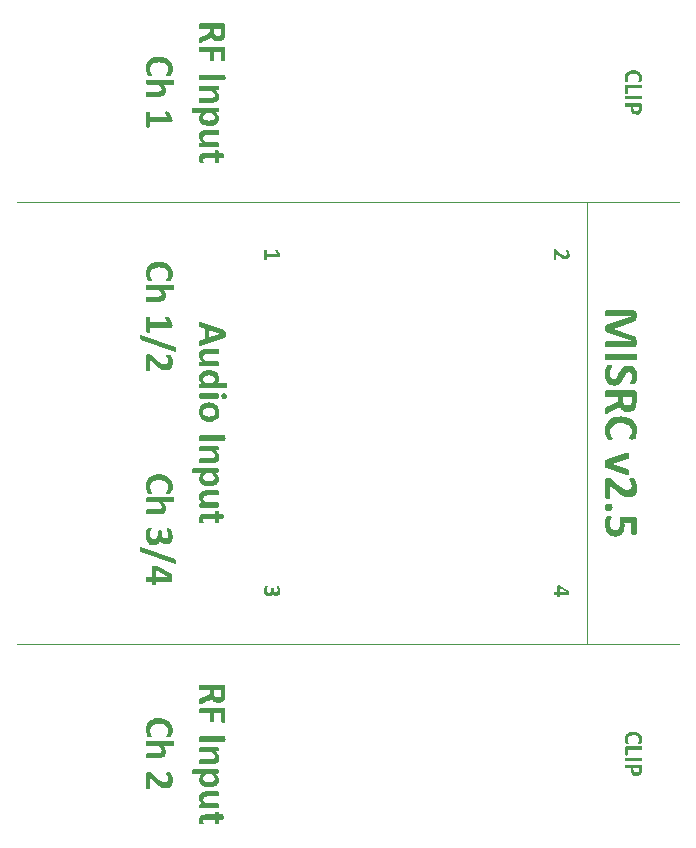
<source format=gbr>
%TF.GenerationSoftware,KiCad,Pcbnew,9.0.5-9.0.5~ubuntu24.04.1*%
%TF.CreationDate,2025-10-22T14:00:52+02:00*%
%TF.ProjectId,misrc_v2.5_front_panel,6d697372-635f-4763-922e-355f66726f6e,rev?*%
%TF.SameCoordinates,Original*%
%TF.FileFunction,Legend,Top*%
%TF.FilePolarity,Positive*%
%FSLAX46Y46*%
G04 Gerber Fmt 4.6, Leading zero omitted, Abs format (unit mm)*
G04 Created by KiCad (PCBNEW 9.0.5-9.0.5~ubuntu24.04.1) date 2025-10-22 14:00:52*
%MOMM*%
%LPD*%
G01*
G04 APERTURE LIST*
%ADD10C,0.100000*%
%ADD11C,0.600000*%
%ADD12C,0.375000*%
%ADD13C,0.400000*%
G04 APERTURE END LIST*
D10*
X98250000Y-80775000D02*
X98250000Y-118225000D01*
X50000000Y-80775000D02*
X106000000Y-80775000D01*
X50000000Y-118225000D02*
X106000000Y-118225000D01*
D11*
G36*
X61255338Y-70123387D02*
G01*
X61183439Y-70120792D01*
X61132759Y-70113006D01*
X61096427Y-70099420D01*
X61061623Y-70072096D01*
X61011095Y-69999586D01*
X60951866Y-69868153D01*
X60904849Y-69690466D01*
X60890816Y-69588394D01*
X60885921Y-69474464D01*
X60894115Y-69324296D01*
X60917796Y-69188261D01*
X60955988Y-69064594D01*
X61010944Y-68948041D01*
X61080625Y-68844903D01*
X61165579Y-68753795D01*
X61263810Y-68676692D01*
X61379108Y-68611102D01*
X61513777Y-68557332D01*
X61654595Y-68520616D01*
X61815678Y-68497312D01*
X61999821Y-68489097D01*
X62187083Y-68498030D01*
X62353406Y-68523571D01*
X62501282Y-68564201D01*
X62642790Y-68622586D01*
X62764678Y-68692699D01*
X62869173Y-68774250D01*
X62960366Y-68870132D01*
X63035390Y-68977593D01*
X63094945Y-69097872D01*
X63137213Y-69225833D01*
X63163140Y-69363960D01*
X63172034Y-69513848D01*
X63156311Y-69691382D01*
X63115247Y-69849377D01*
X63056934Y-69980047D01*
X63000148Y-70061105D01*
X62961222Y-70092704D01*
X62921685Y-70106290D01*
X62865051Y-70114075D01*
X62784451Y-70116670D01*
X62696829Y-70113159D01*
X62638516Y-70101252D01*
X62605848Y-70080797D01*
X62595621Y-70053472D01*
X62601899Y-70027274D01*
X62625846Y-69988595D01*
X62693318Y-69886929D01*
X62760790Y-69738399D01*
X62782923Y-69647404D01*
X62791015Y-69532624D01*
X62777135Y-69406334D01*
X62737129Y-69297693D01*
X62672390Y-69202659D01*
X62583408Y-69121686D01*
X62475568Y-69059107D01*
X62341608Y-69011624D01*
X62194754Y-68983927D01*
X62022108Y-68974071D01*
X61834311Y-68984840D01*
X61684595Y-69014219D01*
X61551247Y-69064507D01*
X61449664Y-69128555D01*
X61368885Y-69210949D01*
X61312124Y-69307921D01*
X61278633Y-69417525D01*
X61266939Y-69544531D01*
X61274341Y-69659548D01*
X61294569Y-69751069D01*
X61355630Y-69900515D01*
X61415928Y-70002944D01*
X61437395Y-70041807D01*
X61442794Y-70065379D01*
X61435925Y-70092704D01*
X61408906Y-70109648D01*
X61352424Y-70119876D01*
X61255338Y-70123387D01*
G37*
G36*
X60983618Y-71875676D02*
G01*
X60953698Y-71865449D01*
X60932327Y-71831255D01*
X60919504Y-71765462D01*
X60915230Y-71662269D01*
X60919504Y-71557092D01*
X60932327Y-71491299D01*
X60953698Y-71457258D01*
X60983770Y-71447030D01*
X61855565Y-71447030D01*
X61960987Y-71442360D01*
X62030351Y-71430696D01*
X62090411Y-71410364D01*
X62139039Y-71383832D01*
X62179359Y-71348623D01*
X62209259Y-71304453D01*
X62227652Y-71252925D01*
X62234141Y-71190881D01*
X62220004Y-71110898D01*
X62174149Y-71025253D01*
X62104607Y-70943935D01*
X61999515Y-70851078D01*
X60983770Y-70851078D01*
X60953698Y-70840850D01*
X60932327Y-70805740D01*
X60919504Y-70739947D01*
X60915230Y-70635991D01*
X60919504Y-70531730D01*
X60932327Y-70465937D01*
X60953545Y-70430980D01*
X60983465Y-70420752D01*
X63225767Y-70420752D01*
X63256297Y-70430980D01*
X63279348Y-70465937D01*
X63293850Y-70531730D01*
X63299040Y-70635991D01*
X63293850Y-70739947D01*
X63279501Y-70805740D01*
X63256603Y-70840850D01*
X63225920Y-70851078D01*
X62388319Y-70851078D01*
X62485943Y-70966051D01*
X62551504Y-71077308D01*
X62591984Y-71195217D01*
X62605390Y-71317276D01*
X62591656Y-71465065D01*
X62554099Y-71579379D01*
X62492829Y-71676581D01*
X62413965Y-71751876D01*
X62318922Y-71807885D01*
X62206359Y-71846673D01*
X62081169Y-71867788D01*
X61918457Y-71875676D01*
X60983618Y-71875676D01*
G37*
G36*
X61093374Y-74484801D02*
G01*
X61013385Y-74479610D01*
X60961178Y-74465109D01*
X60933395Y-74443737D01*
X60925000Y-74416413D01*
X60925000Y-73197030D01*
X60933395Y-73171385D01*
X60961178Y-73150013D01*
X61013385Y-73135512D01*
X61093374Y-73130474D01*
X61175043Y-73134748D01*
X61228166Y-73148334D01*
X61257628Y-73169706D01*
X61266939Y-73197030D01*
X61266939Y-73608732D01*
X62712857Y-73608732D01*
X62517463Y-73253511D01*
X62494412Y-73189398D01*
X62494975Y-73166692D01*
X62504640Y-73150166D01*
X62554863Y-73130474D01*
X62655307Y-73125437D01*
X62722627Y-73127116D01*
X62767659Y-73135664D01*
X62798342Y-73154440D01*
X62823988Y-73186955D01*
X63130360Y-73661702D01*
X63141351Y-73683073D01*
X63148220Y-73716352D01*
X63151578Y-73770085D01*
X63152494Y-73856333D01*
X63149899Y-73961358D01*
X63141351Y-74021960D01*
X63125017Y-74049285D01*
X63099371Y-74056154D01*
X61266939Y-74056154D01*
X61266939Y-74416565D01*
X61257628Y-74444653D01*
X61228166Y-74466788D01*
X61175043Y-74480526D01*
X61093374Y-74484801D01*
G37*
D12*
G36*
X71028524Y-85685333D02*
G01*
X70980531Y-85682219D01*
X70949207Y-85673518D01*
X70932537Y-85660695D01*
X70927500Y-85644300D01*
X70927500Y-84912671D01*
X70932537Y-84897283D01*
X70949207Y-84884460D01*
X70980531Y-84875759D01*
X71028524Y-84872737D01*
X71077526Y-84875301D01*
X71109399Y-84883453D01*
X71127076Y-84896276D01*
X71132663Y-84912671D01*
X71132663Y-85159692D01*
X72000214Y-85159692D01*
X71882978Y-84946559D01*
X71869147Y-84908091D01*
X71869485Y-84894468D01*
X71875284Y-84884552D01*
X71905417Y-84872737D01*
X71965684Y-84869714D01*
X72006076Y-84870722D01*
X72033095Y-84875851D01*
X72051505Y-84887117D01*
X72066892Y-84906626D01*
X72250716Y-85191474D01*
X72257310Y-85204296D01*
X72261432Y-85224263D01*
X72263447Y-85256503D01*
X72263996Y-85308252D01*
X72262439Y-85371267D01*
X72257310Y-85407629D01*
X72247510Y-85424023D01*
X72232123Y-85428145D01*
X71132663Y-85428145D01*
X71132663Y-85644392D01*
X71127076Y-85661244D01*
X71109399Y-85674525D01*
X71077526Y-85682768D01*
X71028524Y-85685333D01*
G37*
D11*
G36*
X61255338Y-105485738D02*
G01*
X61183439Y-105483143D01*
X61132759Y-105475357D01*
X61096427Y-105461771D01*
X61061623Y-105434447D01*
X61011095Y-105361937D01*
X60951866Y-105230504D01*
X60904849Y-105052817D01*
X60890816Y-104950745D01*
X60885921Y-104836815D01*
X60894115Y-104686647D01*
X60917796Y-104550612D01*
X60955988Y-104426945D01*
X61010944Y-104310392D01*
X61080625Y-104207254D01*
X61165579Y-104116146D01*
X61263810Y-104039043D01*
X61379108Y-103973453D01*
X61513777Y-103919683D01*
X61654595Y-103882967D01*
X61815678Y-103859663D01*
X61999821Y-103851448D01*
X62187083Y-103860381D01*
X62353406Y-103885922D01*
X62501282Y-103926552D01*
X62642790Y-103984937D01*
X62764678Y-104055050D01*
X62869173Y-104136601D01*
X62960366Y-104232483D01*
X63035390Y-104339944D01*
X63094945Y-104460223D01*
X63137213Y-104588184D01*
X63163140Y-104726311D01*
X63172034Y-104876199D01*
X63156311Y-105053733D01*
X63115247Y-105211728D01*
X63056934Y-105342398D01*
X63000148Y-105423456D01*
X62961222Y-105455055D01*
X62921685Y-105468641D01*
X62865051Y-105476426D01*
X62784451Y-105479021D01*
X62696829Y-105475510D01*
X62638516Y-105463603D01*
X62605848Y-105443148D01*
X62595621Y-105415823D01*
X62601899Y-105389625D01*
X62625846Y-105350946D01*
X62693318Y-105249280D01*
X62760790Y-105100750D01*
X62782923Y-105009755D01*
X62791015Y-104894975D01*
X62777135Y-104768685D01*
X62737129Y-104660044D01*
X62672390Y-104565010D01*
X62583408Y-104484037D01*
X62475568Y-104421458D01*
X62341608Y-104373975D01*
X62194754Y-104346278D01*
X62022108Y-104336422D01*
X61834311Y-104347191D01*
X61684595Y-104376570D01*
X61551247Y-104426858D01*
X61449664Y-104490906D01*
X61368885Y-104573300D01*
X61312124Y-104670272D01*
X61278633Y-104779876D01*
X61266939Y-104906882D01*
X61274341Y-105021899D01*
X61294569Y-105113420D01*
X61355630Y-105262866D01*
X61415928Y-105365295D01*
X61437395Y-105404158D01*
X61442794Y-105427730D01*
X61435925Y-105455055D01*
X61408906Y-105471999D01*
X61352424Y-105482227D01*
X61255338Y-105485738D01*
G37*
G36*
X60983618Y-107238027D02*
G01*
X60953698Y-107227800D01*
X60932327Y-107193606D01*
X60919504Y-107127813D01*
X60915230Y-107024620D01*
X60919504Y-106919443D01*
X60932327Y-106853650D01*
X60953698Y-106819609D01*
X60983770Y-106809381D01*
X61855565Y-106809381D01*
X61960987Y-106804711D01*
X62030351Y-106793047D01*
X62090411Y-106772715D01*
X62139039Y-106746183D01*
X62179359Y-106710974D01*
X62209259Y-106666804D01*
X62227652Y-106615276D01*
X62234141Y-106553232D01*
X62220004Y-106473249D01*
X62174149Y-106387604D01*
X62104607Y-106306286D01*
X61999515Y-106213429D01*
X60983770Y-106213429D01*
X60953698Y-106203201D01*
X60932327Y-106168091D01*
X60919504Y-106102298D01*
X60915230Y-105998342D01*
X60919504Y-105894081D01*
X60932327Y-105828288D01*
X60953545Y-105793331D01*
X60983465Y-105783103D01*
X63225767Y-105783103D01*
X63256297Y-105793331D01*
X63279348Y-105828288D01*
X63293850Y-105894081D01*
X63299040Y-105998342D01*
X63293850Y-106102298D01*
X63279501Y-106168091D01*
X63256603Y-106203201D01*
X63225920Y-106213429D01*
X62388319Y-106213429D01*
X62485943Y-106328402D01*
X62551504Y-106439659D01*
X62591984Y-106557568D01*
X62605390Y-106679627D01*
X62591656Y-106827416D01*
X62554099Y-106941730D01*
X62492829Y-107038932D01*
X62413965Y-107114227D01*
X62318922Y-107170236D01*
X62206359Y-107209024D01*
X62081169Y-107230139D01*
X61918457Y-107238027D01*
X60983618Y-107238027D01*
G37*
G36*
X61575449Y-109857379D02*
G01*
X61415753Y-109840989D01*
X61280373Y-109794181D01*
X61162062Y-109718545D01*
X61064371Y-109618174D01*
X60988526Y-109496694D01*
X60931411Y-109348438D01*
X60897662Y-109186863D01*
X60885921Y-109005277D01*
X60902865Y-108793396D01*
X60944539Y-108618305D01*
X60995983Y-108492825D01*
X61036283Y-108427948D01*
X61066966Y-108404898D01*
X61106960Y-108391312D01*
X61164815Y-108382763D01*
X61249232Y-108380168D01*
X61324553Y-108384372D01*
X61362347Y-108393754D01*
X61386560Y-108411572D01*
X61393946Y-108434817D01*
X61370590Y-108493741D01*
X61320673Y-108600445D01*
X61270603Y-108752333D01*
X61253518Y-108842818D01*
X61247400Y-108950628D01*
X61253257Y-109041355D01*
X61269535Y-109116255D01*
X61296887Y-109183827D01*
X61331969Y-109238376D01*
X61376708Y-109282496D01*
X61429514Y-109313481D01*
X61489181Y-109331853D01*
X61556978Y-109338211D01*
X61631064Y-109330512D01*
X61695433Y-109308291D01*
X61752134Y-109271482D01*
X61800610Y-109219447D01*
X61838310Y-109155186D01*
X61868235Y-109070917D01*
X61885781Y-108977106D01*
X61892201Y-108860105D01*
X61892201Y-108668833D01*
X61898155Y-108631280D01*
X61923189Y-108605635D01*
X61975702Y-108591133D01*
X62062561Y-108586859D01*
X62144229Y-108591133D01*
X62193383Y-108604719D01*
X62217502Y-108628685D01*
X62224371Y-108663642D01*
X62224371Y-108856594D01*
X62230295Y-108952512D01*
X62246811Y-109032449D01*
X62274922Y-109104657D01*
X62311078Y-109161440D01*
X62357400Y-109207425D01*
X62412133Y-109240819D01*
X62473877Y-109261151D01*
X62543414Y-109268143D01*
X62647675Y-109249367D01*
X62693760Y-109225998D01*
X62732855Y-109193802D01*
X62764319Y-109152894D01*
X62789641Y-109099005D01*
X62804994Y-109037975D01*
X62810554Y-108962382D01*
X62803996Y-108875505D01*
X62784756Y-108795076D01*
X62728275Y-108654178D01*
X62671031Y-108548238D01*
X62644469Y-108484277D01*
X62650423Y-108460310D01*
X62673626Y-108443213D01*
X62723543Y-108432986D01*
X62807959Y-108429627D01*
X62879400Y-108431306D01*
X62926722Y-108438176D01*
X62959390Y-108450998D01*
X62989615Y-108475728D01*
X63037853Y-108545795D01*
X63099829Y-108678908D01*
X63150968Y-108864227D01*
X63166579Y-108971740D01*
X63172034Y-109092289D01*
X63162155Y-109247636D01*
X63134634Y-109376679D01*
X63088011Y-109492740D01*
X63027015Y-109584896D01*
X62948724Y-109659100D01*
X62854060Y-109712971D01*
X62746990Y-109745319D01*
X62622640Y-109756629D01*
X62524707Y-109750053D01*
X62435947Y-109730984D01*
X62353532Y-109699058D01*
X62281769Y-109655879D01*
X62219417Y-109600574D01*
X62166516Y-109532078D01*
X62125530Y-109453463D01*
X62095228Y-109360498D01*
X62090038Y-109360498D01*
X62067886Y-109472336D01*
X62030809Y-109568867D01*
X61979001Y-109654871D01*
X61916778Y-109725030D01*
X61843625Y-109781671D01*
X61761531Y-109823185D01*
X61672494Y-109848690D01*
X61575449Y-109857379D01*
G37*
G36*
X60482309Y-110438525D02*
G01*
X60446589Y-110416237D01*
X60424302Y-110377922D01*
X60411479Y-110316403D01*
X60407205Y-110223438D01*
X60414074Y-110108949D01*
X60434682Y-110041477D01*
X60450706Y-110022943D01*
X60469639Y-110014916D01*
X60520014Y-110021938D01*
X63388189Y-111043178D01*
X63424978Y-111063634D01*
X63448028Y-111101186D01*
X63460851Y-111163468D01*
X63465125Y-111256585D01*
X63458256Y-111371838D01*
X63437648Y-111437478D01*
X63421680Y-111455348D01*
X63402691Y-111463123D01*
X63352315Y-111458086D01*
X60482309Y-110438525D01*
G37*
G36*
X61682152Y-111574407D02*
G01*
X61755120Y-111582955D01*
X61816944Y-111599899D01*
X61878768Y-111628140D01*
X63083190Y-112314615D01*
X63109599Y-112343619D01*
X63128223Y-112400863D01*
X63139214Y-112493981D01*
X63142725Y-112630604D01*
X63138450Y-112779134D01*
X63124864Y-112877289D01*
X63101967Y-112931176D01*
X63069604Y-112948273D01*
X61745655Y-112948273D01*
X61745655Y-113144735D01*
X61736638Y-113168312D01*
X61703371Y-113191599D01*
X61654020Y-113205354D01*
X61563237Y-113211292D01*
X61480920Y-113206068D01*
X61429819Y-113193279D01*
X61394088Y-113170547D01*
X61384176Y-113144735D01*
X61384176Y-112948273D01*
X60983618Y-112948273D01*
X60953698Y-112938045D01*
X60932327Y-112902172D01*
X60919504Y-112835463D01*
X60915230Y-112729675D01*
X60919504Y-112626330D01*
X60932327Y-112559621D01*
X60953698Y-112525427D01*
X60983618Y-112516115D01*
X61384176Y-112516115D01*
X61745655Y-112516115D01*
X62751936Y-112516115D01*
X62751936Y-112512757D01*
X61745655Y-111930390D01*
X61745655Y-112516115D01*
X61384176Y-112516115D01*
X61384176Y-111670882D01*
X61390129Y-111628140D01*
X61417607Y-111596541D01*
X61479431Y-111577765D01*
X61586898Y-111571811D01*
X61682152Y-111574407D01*
G37*
D12*
G36*
X95536493Y-85697606D02*
G01*
X95486026Y-85695041D01*
X95451863Y-85687348D01*
X95433087Y-85673975D01*
X95427500Y-85655566D01*
X95427500Y-84893253D01*
X95431530Y-84854327D01*
X95447375Y-84827674D01*
X95481538Y-84812836D01*
X95539699Y-84808257D01*
X95597309Y-84811279D01*
X95640082Y-84822545D01*
X95676810Y-84843611D01*
X95716103Y-84876950D01*
X95963399Y-85106386D01*
X96034435Y-85170667D01*
X96093733Y-85217028D01*
X96201078Y-85282607D01*
X96249284Y-85303050D01*
X96290562Y-85314938D01*
X96368323Y-85323640D01*
X96433169Y-85312832D01*
X96461954Y-85299445D01*
X96486567Y-85281050D01*
X96506749Y-85257696D01*
X96522379Y-85228293D01*
X96531941Y-85194849D01*
X96535385Y-85153555D01*
X96531354Y-85095137D01*
X96520089Y-85046485D01*
X96486017Y-84964511D01*
X96451488Y-84905526D01*
X96438915Y-84882713D01*
X96435734Y-84868707D01*
X96441871Y-84852770D01*
X96462479Y-84841962D01*
X96501130Y-84835368D01*
X96560389Y-84832803D01*
X96600048Y-84834360D01*
X96627800Y-84838940D01*
X96648408Y-84847183D01*
X96669566Y-84865043D01*
X96699974Y-84912213D01*
X96735145Y-84996751D01*
X96763996Y-85107393D01*
X96772745Y-85168722D01*
X96775720Y-85233514D01*
X96768788Y-85333227D01*
X96749617Y-85414315D01*
X96717632Y-85486484D01*
X96676893Y-85542909D01*
X96625944Y-85587684D01*
X96566343Y-85619296D01*
X96500557Y-85638009D01*
X96428681Y-85644392D01*
X96364531Y-85641290D01*
X96301645Y-85632027D01*
X96238954Y-85613929D01*
X96166914Y-85580827D01*
X96094224Y-85536232D01*
X96007179Y-85471193D01*
X95917403Y-85393416D01*
X95803847Y-85283706D01*
X95644387Y-85128917D01*
X95644387Y-85651536D01*
X95638251Y-85670403D01*
X95619474Y-85685333D01*
X95585860Y-85694492D01*
X95536493Y-85697606D01*
G37*
D11*
G36*
X99872788Y-93060782D02*
G01*
X99835969Y-93049424D01*
X99809407Y-93008575D01*
X99793104Y-92929623D01*
X99786876Y-92804693D01*
X99793104Y-92681595D01*
X99809407Y-92603742D01*
X99835969Y-92562892D01*
X99872788Y-92550619D01*
X102026094Y-92550619D01*
X102026094Y-92546406D01*
X99874986Y-91777957D01*
X99830840Y-91751212D01*
X99803179Y-91701021D01*
X99789990Y-91620054D01*
X99786876Y-91501169D01*
X99792005Y-91382284D01*
X99808308Y-91301317D01*
X99835969Y-91251125D01*
X99874986Y-91226579D01*
X102026094Y-90484874D01*
X102026094Y-90480661D01*
X99872788Y-90480661D01*
X99835969Y-90469304D01*
X99809407Y-90427355D01*
X99793104Y-90348404D01*
X99786876Y-90224389D01*
X99793104Y-90101474D01*
X99809407Y-90022523D01*
X99835969Y-89981490D01*
X99872788Y-89970316D01*
X102233273Y-89970316D01*
X102328398Y-89985223D01*
X102392825Y-90025637D01*
X102433714Y-90088624D01*
X102448146Y-90173282D01*
X102448146Y-90525724D01*
X102432759Y-90687657D01*
X102411817Y-90751727D01*
X102381468Y-90804527D01*
X102340624Y-90849196D01*
X102287312Y-90886593D01*
X102143148Y-90943929D01*
X100564850Y-91517655D01*
X100564850Y-91525898D01*
X102139118Y-92120141D01*
X102284381Y-92178393D01*
X102380552Y-92252216D01*
X102411824Y-92297788D01*
X102432759Y-92351683D01*
X102448146Y-92484857D01*
X102448146Y-92847741D01*
X102433858Y-92942995D01*
X102391909Y-93008575D01*
X102324315Y-93047409D01*
X102233273Y-93060782D01*
X99872788Y-93060782D01*
G37*
G36*
X99872788Y-94180940D02*
G01*
X99835969Y-94167568D01*
X99809407Y-94123604D01*
X99793104Y-94041539D01*
X99786876Y-93910380D01*
X99793104Y-93780138D01*
X99809407Y-93697156D01*
X99835969Y-93653009D01*
X99872788Y-93639820D01*
X102373957Y-93639820D01*
X102410594Y-93653009D01*
X102437338Y-93698072D01*
X102453641Y-93781237D01*
X102459870Y-93910380D01*
X102453641Y-94041539D01*
X102437338Y-94123604D01*
X102410594Y-94167568D01*
X102373957Y-94180940D01*
X99872788Y-94180940D01*
G37*
G36*
X100593060Y-96331315D02*
G01*
X100393078Y-96311007D01*
X100226513Y-96253463D01*
X100081456Y-96161312D01*
X99963463Y-96042254D01*
X99872028Y-95899554D01*
X99804828Y-95730844D01*
X99765271Y-95548459D01*
X99751705Y-95349642D01*
X99757343Y-95215057D01*
X99773504Y-95094470D01*
X99825527Y-94886558D01*
X99889641Y-94735982D01*
X99948809Y-94648787D01*
X99978991Y-94626861D01*
X100024829Y-94610869D01*
X100170093Y-94599695D01*
X100277071Y-94603725D01*
X100347047Y-94617097D01*
X100385149Y-94641643D01*
X100396506Y-94677547D01*
X100389858Y-94708102D01*
X100363533Y-94758514D01*
X100290993Y-94892603D01*
X100218270Y-95088425D01*
X100194184Y-95207158D01*
X100185480Y-95351841D01*
X100191630Y-95447217D01*
X100208927Y-95528062D01*
X100238086Y-95601335D01*
X100275606Y-95660136D01*
X100323723Y-95708073D01*
X100382035Y-95743118D01*
X100448217Y-95764492D01*
X100523451Y-95771877D01*
X100608188Y-95759230D01*
X100678057Y-95722601D01*
X100737941Y-95667184D01*
X100792729Y-95594557D01*
X100886885Y-95415222D01*
X100979941Y-95208226D01*
X101091499Y-95001230D01*
X101160157Y-94906137D01*
X101240976Y-94821895D01*
X101334770Y-94751211D01*
X101446689Y-94693850D01*
X101572674Y-94657843D01*
X101731354Y-94644757D01*
X101913851Y-94663199D01*
X102066028Y-94715466D01*
X102198818Y-94799017D01*
X102305630Y-94905975D01*
X102387955Y-95034921D01*
X102447963Y-95188808D01*
X102483066Y-95355151D01*
X102495041Y-95534107D01*
X102480936Y-95722601D01*
X102443017Y-95898822D01*
X102388978Y-96044452D01*
X102339153Y-96128350D01*
X102304714Y-96156010D01*
X102266612Y-96168466D01*
X102206895Y-96175611D01*
X102117502Y-96177626D01*
X102016569Y-96174511D01*
X101948608Y-96164253D01*
X101909407Y-96143737D01*
X101897134Y-96108016D01*
X101924978Y-96036209D01*
X101985977Y-95915309D01*
X102045878Y-95749163D01*
X102065973Y-95652184D01*
X102072989Y-95542350D01*
X102067286Y-95457447D01*
X102051557Y-95388660D01*
X102025591Y-95327249D01*
X101992755Y-95278934D01*
X101951324Y-95240501D01*
X101902446Y-95213355D01*
X101790705Y-95191922D01*
X101707634Y-95204243D01*
X101638115Y-95240099D01*
X101578417Y-95295115D01*
X101523442Y-95369243D01*
X101429287Y-95552608D01*
X101336230Y-95761619D01*
X101224672Y-95970630D01*
X101155932Y-96067564D01*
X101075196Y-96152896D01*
X100981441Y-96224607D01*
X100870398Y-96282039D01*
X100746230Y-96318280D01*
X100593060Y-96331315D01*
G37*
G36*
X102359122Y-96756396D02*
G01*
X102408212Y-96789637D01*
X102437894Y-96840442D01*
X102448146Y-96903576D01*
X102448146Y-97590143D01*
X102443933Y-97762151D01*
X102433858Y-97885249D01*
X102402600Y-98039694D01*
X102356372Y-98173029D01*
X102291886Y-98292843D01*
X102212390Y-98390283D01*
X102115980Y-98468669D01*
X102002281Y-98526570D01*
X101875365Y-98561451D01*
X101724027Y-98573831D01*
X101595020Y-98565041D01*
X101482227Y-98539942D01*
X101378239Y-98497925D01*
X101287321Y-98440658D01*
X101207965Y-98368040D01*
X101138577Y-98278725D01*
X101082178Y-98177248D01*
X101036544Y-98059456D01*
X100966569Y-98171014D01*
X100866918Y-98269382D01*
X100733378Y-98356577D01*
X100563751Y-98436444D01*
X100039667Y-98659744D01*
X99925545Y-98700776D01*
X99869125Y-98711034D01*
X99831023Y-98702791D01*
X99805377Y-98663957D01*
X99791089Y-98573648D01*
X99786876Y-98411898D01*
X99791089Y-98274511D01*
X99806476Y-98193545D01*
X99835236Y-98151596D01*
X99877551Y-98131080D01*
X100472893Y-97893309D01*
X100652045Y-97809229D01*
X100725471Y-97764913D01*
X100782837Y-97718187D01*
X100829078Y-97663966D01*
X100862155Y-97602416D01*
X100875067Y-97557353D01*
X101287504Y-97557353D01*
X101294809Y-97668104D01*
X101314981Y-97758121D01*
X101349071Y-97838574D01*
X101392650Y-97901553D01*
X101447773Y-97951924D01*
X101512268Y-97987648D01*
X101584688Y-98008982D01*
X101667790Y-98016408D01*
X101791058Y-98000789D01*
X101888524Y-97956874D01*
X101963008Y-97881860D01*
X102015287Y-97762334D01*
X102031590Y-97669095D01*
X102037818Y-97524564D01*
X102037818Y-97282763D01*
X101287504Y-97282763D01*
X101287504Y-97557353D01*
X100875067Y-97557353D01*
X100881880Y-97533573D01*
X100888900Y-97450741D01*
X100888900Y-97282763D01*
X99873338Y-97282763D01*
X99836335Y-97269391D01*
X99809407Y-97225427D01*
X99793104Y-97143362D01*
X99786876Y-97012203D01*
X99793104Y-96881961D01*
X99809407Y-96798979D01*
X99835969Y-96755932D01*
X99872788Y-96743658D01*
X102278153Y-96743658D01*
X102359122Y-96756396D01*
G37*
G36*
X100195006Y-100910869D02*
G01*
X100108727Y-100907755D01*
X100047910Y-100898412D01*
X100004313Y-100882109D01*
X99962548Y-100849320D01*
X99901914Y-100762308D01*
X99830840Y-100604588D01*
X99774419Y-100391364D01*
X99757579Y-100268877D01*
X99751705Y-100132162D01*
X99761539Y-99951960D01*
X99789955Y-99788718D01*
X99835785Y-99640317D01*
X99901732Y-99500454D01*
X99985350Y-99376688D01*
X100087295Y-99267359D01*
X100205172Y-99174835D01*
X100343530Y-99096127D01*
X100505133Y-99031603D01*
X100674114Y-98987543D01*
X100867414Y-98959579D01*
X101088385Y-98949721D01*
X101313100Y-98960441D01*
X101512688Y-98991090D01*
X101690138Y-99039846D01*
X101859949Y-99109908D01*
X102006214Y-99194044D01*
X102131607Y-99291905D01*
X102241039Y-99406963D01*
X102331068Y-99535916D01*
X102402534Y-99680251D01*
X102453255Y-99833805D01*
X102484368Y-99999557D01*
X102495041Y-100179422D01*
X102476173Y-100392463D01*
X102426897Y-100582057D01*
X102356921Y-100738861D01*
X102288777Y-100836130D01*
X102242066Y-100874049D01*
X102194622Y-100890352D01*
X102126661Y-100899695D01*
X102029941Y-100902809D01*
X101924795Y-100898596D01*
X101854819Y-100884307D01*
X101815618Y-100859761D01*
X101803345Y-100826971D01*
X101810879Y-100795534D01*
X101839615Y-100749119D01*
X101920581Y-100627120D01*
X102001548Y-100448883D01*
X102028108Y-100339690D01*
X102037818Y-100201954D01*
X102021162Y-100050406D01*
X101973155Y-99920037D01*
X101895468Y-99805995D01*
X101788690Y-99708828D01*
X101659282Y-99633733D01*
X101498530Y-99576753D01*
X101322305Y-99543518D01*
X101115130Y-99531690D01*
X100889773Y-99544613D01*
X100710114Y-99579867D01*
X100550097Y-99640213D01*
X100428196Y-99717071D01*
X100331262Y-99815944D01*
X100263149Y-99932310D01*
X100222960Y-100063835D01*
X100208927Y-100216242D01*
X100217809Y-100354262D01*
X100242083Y-100464088D01*
X100315356Y-100643423D01*
X100387713Y-100766338D01*
X100413474Y-100812974D01*
X100419953Y-100841260D01*
X100411710Y-100874049D01*
X100379287Y-100894382D01*
X100311509Y-100906656D01*
X100195006Y-100910869D01*
G37*
G36*
X101699847Y-103896921D02*
G01*
X101675300Y-103895822D01*
X101643427Y-103891792D01*
X101603493Y-103883548D01*
X101552385Y-103870359D01*
X99897518Y-103320996D01*
X99841098Y-103293336D01*
X99807392Y-103236000D01*
X99791089Y-103127373D01*
X99786876Y-102948037D01*
X99792005Y-102770717D01*
X99809407Y-102663006D01*
X99843113Y-102606769D01*
X99897518Y-102579108D01*
X101552385Y-102029928D01*
X101626024Y-102010328D01*
X101673285Y-102002085D01*
X101699847Y-102001169D01*
X101735751Y-102012343D01*
X101761396Y-102052277D01*
X101775684Y-102131228D01*
X101779897Y-102257257D01*
X101774768Y-102392629D01*
X101760297Y-102473596D01*
X101733736Y-102515544D01*
X101691787Y-102536061D01*
X100348695Y-102952067D01*
X100297404Y-102964341D01*
X100348695Y-102976614D01*
X101691787Y-103386575D01*
X101733736Y-103405993D01*
X101760297Y-103447941D01*
X101774768Y-103524878D01*
X101779897Y-103650907D01*
X101775684Y-103774921D01*
X101761396Y-103849660D01*
X101735751Y-103886663D01*
X101699847Y-103896921D01*
G37*
G36*
X100016586Y-105902399D02*
G01*
X99915653Y-105897270D01*
X99847326Y-105881882D01*
X99809774Y-105855138D01*
X99798600Y-105818318D01*
X99798600Y-104293693D01*
X99806660Y-104215841D01*
X99838350Y-104162535D01*
X99906677Y-104132859D01*
X100022998Y-104123700D01*
X100138219Y-104129745D01*
X100223765Y-104152277D01*
X100297221Y-104194409D01*
X100375806Y-104261087D01*
X100870398Y-104719958D01*
X101012471Y-104848520D01*
X101131066Y-104941242D01*
X101345756Y-105072401D01*
X101442169Y-105113287D01*
X101524725Y-105137064D01*
X101680246Y-105154466D01*
X101809939Y-105132851D01*
X101867509Y-105106077D01*
X101916735Y-105069286D01*
X101957099Y-105022580D01*
X101988359Y-104963774D01*
X102007483Y-104896885D01*
X102014371Y-104814297D01*
X102006309Y-104697462D01*
X101983779Y-104600157D01*
X101915635Y-104436209D01*
X101846576Y-104318240D01*
X101821430Y-104272613D01*
X101815068Y-104244600D01*
X101827342Y-104212727D01*
X101868558Y-104191111D01*
X101945860Y-104177922D01*
X102064379Y-104172793D01*
X102143697Y-104175907D01*
X102199201Y-104185066D01*
X102240417Y-104201553D01*
X102282732Y-104237273D01*
X102343549Y-104331612D01*
X102413891Y-104500689D01*
X102471593Y-104721973D01*
X102489091Y-104844632D01*
X102495041Y-104974215D01*
X102481177Y-105173642D01*
X102442834Y-105335816D01*
X102378864Y-105480154D01*
X102297387Y-105593004D01*
X102195489Y-105682554D01*
X102076286Y-105745778D01*
X101944714Y-105783204D01*
X101800963Y-105795970D01*
X101672662Y-105789767D01*
X101546890Y-105771240D01*
X101421508Y-105735045D01*
X101277429Y-105668842D01*
X101132048Y-105579651D01*
X100957959Y-105449573D01*
X100778407Y-105294019D01*
X100551295Y-105074599D01*
X100232375Y-104765021D01*
X100232375Y-105810258D01*
X100220102Y-105847994D01*
X100182549Y-105877852D01*
X100115321Y-105896171D01*
X100016586Y-105902399D01*
G37*
G36*
X100096820Y-106935912D02*
G01*
X99970566Y-106926371D01*
X99889785Y-106902537D01*
X99840731Y-106869234D01*
X99807412Y-106820094D01*
X99784229Y-106744042D01*
X99775152Y-106630548D01*
X99784122Y-106516932D01*
X99806958Y-106441266D01*
X99839632Y-106392777D01*
X99887835Y-106359796D01*
X99965386Y-106336461D01*
X100084547Y-106327198D01*
X100212221Y-106336772D01*
X100293556Y-106360634D01*
X100342650Y-106393876D01*
X100375911Y-106443163D01*
X100399122Y-106519854D01*
X100408230Y-106634761D01*
X100399276Y-106746815D01*
X100376414Y-106821868D01*
X100343566Y-106870333D01*
X100295433Y-106903243D01*
X100217399Y-106926611D01*
X100096820Y-106935912D01*
G37*
G36*
X100656258Y-109125305D02*
G01*
X100449812Y-109105869D01*
X100273408Y-109050384D01*
X100117610Y-108959848D01*
X99989475Y-108839358D01*
X99889026Y-108691660D01*
X99812888Y-108511462D01*
X99767577Y-108313334D01*
X99751705Y-108086296D01*
X99767642Y-107852556D01*
X99807759Y-107653803D01*
X99856302Y-107509272D01*
X99896052Y-107435633D01*
X99929758Y-107409988D01*
X99973905Y-107396615D01*
X100038568Y-107389471D01*
X100130892Y-107387456D01*
X100228162Y-107391486D01*
X100292642Y-107404859D01*
X100327630Y-107426291D01*
X100337888Y-107455051D01*
X100314074Y-107517516D01*
X100261684Y-107628158D01*
X100209111Y-107795220D01*
X100191876Y-107898583D01*
X100185480Y-108030975D01*
X100191839Y-108146805D01*
X100209843Y-108247130D01*
X100242496Y-108338650D01*
X100288429Y-108412177D01*
X100349063Y-108471867D01*
X100423983Y-108516591D01*
X100510649Y-108543757D01*
X100619805Y-108553594D01*
X100714142Y-108545565D01*
X100794011Y-108522819D01*
X100864506Y-108483468D01*
X100923521Y-108426465D01*
X100968706Y-108353788D01*
X101003022Y-108256289D01*
X101022355Y-108146094D01*
X101029583Y-108002399D01*
X101017127Y-107786061D01*
X101004854Y-107602695D01*
X101013124Y-107549425D01*
X101034529Y-107517699D01*
X101071760Y-107499749D01*
X101144255Y-107492053D01*
X102294639Y-107492053D01*
X102369178Y-107501165D01*
X102412242Y-107523744D01*
X102438255Y-107562550D01*
X102448146Y-107625227D01*
X102448146Y-108881307D01*
X102435873Y-108916111D01*
X102397221Y-108943772D01*
X102327063Y-108960258D01*
X102222649Y-108965387D01*
X102109166Y-108958909D01*
X102045695Y-108943772D01*
X102003226Y-108915798D01*
X101990923Y-108881307D01*
X101990923Y-107938651D01*
X101415915Y-107938651D01*
X101425990Y-108081167D01*
X101428188Y-108229728D01*
X101414997Y-108438061D01*
X101378179Y-108611846D01*
X101314990Y-108768261D01*
X101231084Y-108892664D01*
X101123020Y-108992381D01*
X100990199Y-109065771D01*
X100838894Y-109109668D01*
X100656258Y-109125305D01*
G37*
D13*
G36*
X101683416Y-70672896D02*
G01*
X101637401Y-70671235D01*
X101604965Y-70666253D01*
X101581713Y-70657558D01*
X101559438Y-70640070D01*
X101527101Y-70593664D01*
X101489194Y-70509547D01*
X101459103Y-70395827D01*
X101450122Y-70330501D01*
X101446989Y-70257586D01*
X101452234Y-70161479D01*
X101467389Y-70074416D01*
X101491832Y-69995269D01*
X101527004Y-69920675D01*
X101571600Y-69854667D01*
X101625970Y-69796358D01*
X101688838Y-69747012D01*
X101762629Y-69705034D01*
X101848817Y-69670621D01*
X101938941Y-69647123D01*
X102042034Y-69632208D01*
X102159885Y-69626951D01*
X102279733Y-69632668D01*
X102386180Y-69649014D01*
X102480820Y-69675018D01*
X102571386Y-69712384D01*
X102649394Y-69757256D01*
X102716270Y-69809449D01*
X102774634Y-69870813D01*
X102822649Y-69939588D01*
X102860764Y-70016567D01*
X102887816Y-70098462D01*
X102904409Y-70186863D01*
X102910101Y-70282792D01*
X102900039Y-70396413D01*
X102873758Y-70497530D01*
X102836438Y-70581159D01*
X102800094Y-70633036D01*
X102775182Y-70653259D01*
X102749878Y-70661954D01*
X102713632Y-70666937D01*
X102662048Y-70668598D01*
X102605970Y-70666351D01*
X102568650Y-70658730D01*
X102547743Y-70645639D01*
X102541197Y-70628151D01*
X102545215Y-70611384D01*
X102560541Y-70586630D01*
X102603723Y-70521563D01*
X102646905Y-70426504D01*
X102661071Y-70368268D01*
X102666249Y-70294808D01*
X102657366Y-70213983D01*
X102631762Y-70144453D01*
X102590330Y-70083631D01*
X102533381Y-70031808D01*
X102464363Y-69991757D01*
X102378629Y-69961368D01*
X102284642Y-69943642D01*
X102174149Y-69937335D01*
X102053959Y-69944227D01*
X101958140Y-69963029D01*
X101872798Y-69995214D01*
X101807785Y-70036204D01*
X101756086Y-70088937D01*
X101719759Y-70150998D01*
X101698325Y-70221145D01*
X101690841Y-70302429D01*
X101695578Y-70376039D01*
X101708524Y-70434613D01*
X101747603Y-70530259D01*
X101786193Y-70595813D01*
X101799933Y-70620686D01*
X101803388Y-70635771D01*
X101798992Y-70653259D01*
X101781699Y-70664104D01*
X101745551Y-70670649D01*
X101683416Y-70672896D01*
G37*
G36*
X101592460Y-71656707D02*
G01*
X101537163Y-71653971D01*
X101499843Y-71645764D01*
X101478545Y-71632087D01*
X101472000Y-71612938D01*
X101472000Y-70964815D01*
X101477467Y-70931144D01*
X101493297Y-70904048D01*
X101519479Y-70886319D01*
X101562662Y-70879526D01*
X102845524Y-70879526D01*
X102865063Y-70886560D01*
X102879327Y-70910105D01*
X102888022Y-70954362D01*
X102891344Y-71023824D01*
X102888022Y-71093776D01*
X102879327Y-71137544D01*
X102865161Y-71160991D01*
X102845524Y-71168123D01*
X101709599Y-71168123D01*
X101709599Y-71612938D01*
X101703542Y-71632087D01*
X101683905Y-71645764D01*
X101647757Y-71653971D01*
X101592460Y-71656707D01*
G37*
G36*
X101511567Y-72113831D02*
G01*
X101491930Y-72106700D01*
X101477764Y-72083252D01*
X101469069Y-72039484D01*
X101465747Y-71969533D01*
X101469069Y-71900070D01*
X101477764Y-71855813D01*
X101491930Y-71832268D01*
X101511567Y-71825234D01*
X102845524Y-71825234D01*
X102865063Y-71832268D01*
X102879327Y-71856302D01*
X102888022Y-71900656D01*
X102891344Y-71969533D01*
X102888022Y-72039484D01*
X102879327Y-72083252D01*
X102865063Y-72106700D01*
X102845524Y-72113831D01*
X101511567Y-72113831D01*
G37*
G36*
X102829024Y-72429641D02*
G01*
X102859397Y-72449128D01*
X102878390Y-72479395D01*
X102885091Y-72519665D01*
X102885091Y-72853008D01*
X102881281Y-72948653D01*
X102864868Y-73057390D01*
X102847283Y-73120196D01*
X102818266Y-73185862D01*
X102779534Y-73246513D01*
X102732293Y-73296846D01*
X102676360Y-73337040D01*
X102610757Y-73366797D01*
X102538544Y-73384577D01*
X102454735Y-73390831D01*
X102339739Y-73381088D01*
X102243318Y-73353608D01*
X102158205Y-73307722D01*
X102088371Y-73245457D01*
X102033749Y-73167791D01*
X101992530Y-73071068D01*
X101968464Y-72962669D01*
X101960415Y-72838842D01*
X102178545Y-72838842D01*
X102183659Y-72904487D01*
X102197401Y-72954125D01*
X102220434Y-72996907D01*
X102250157Y-73030133D01*
X102286891Y-73055801D01*
X102331246Y-73074878D01*
X102379888Y-73086278D01*
X102434023Y-73090217D01*
X102505432Y-73083109D01*
X102558489Y-73063936D01*
X102601926Y-73033859D01*
X102630688Y-72999456D01*
X102649805Y-72960030D01*
X102660094Y-72919149D01*
X102666249Y-72832296D01*
X102666249Y-72709882D01*
X102178545Y-72709882D01*
X102178545Y-72838842D01*
X101960415Y-72838842D01*
X101959704Y-72827900D01*
X101959704Y-72709882D01*
X101511371Y-72709882D01*
X101491832Y-72702750D01*
X101477666Y-72679302D01*
X101469069Y-72635534D01*
X101465747Y-72565583D01*
X101469069Y-72496120D01*
X101477764Y-72451864D01*
X101491930Y-72428905D01*
X101511567Y-72422359D01*
X102782509Y-72422359D01*
X102829024Y-72429641D01*
G37*
D11*
G36*
X65595969Y-90978672D02*
G01*
X67554034Y-91660262D01*
X67600898Y-91684076D01*
X67628223Y-91727734D01*
X67640129Y-91810472D01*
X67642725Y-91950606D01*
X67640129Y-92111043D01*
X67628070Y-92204008D01*
X67599982Y-92251941D01*
X67548844Y-92276670D01*
X65592611Y-92959787D01*
X65495372Y-92985432D01*
X65462905Y-92984279D01*
X65441639Y-92971694D01*
X65428114Y-92948371D01*
X65419504Y-92905137D01*
X65415230Y-92773704D01*
X65417825Y-92637844D01*
X65428053Y-92563655D01*
X65449271Y-92527782D01*
X65485144Y-92510685D01*
X65933025Y-92362155D01*
X65933025Y-92257894D01*
X66274965Y-92257894D01*
X67215758Y-91945416D01*
X67215758Y-91943737D01*
X66274965Y-91631106D01*
X66274965Y-92257894D01*
X65933025Y-92257894D01*
X65933025Y-91532035D01*
X65497051Y-91392053D01*
X65457056Y-91374040D01*
X65431411Y-91338167D01*
X65418741Y-91268100D01*
X65415230Y-91149489D01*
X65420420Y-91026452D01*
X65429994Y-90986785D01*
X65444997Y-90965086D01*
X65467503Y-90953794D01*
X65500409Y-90953027D01*
X65595969Y-90978672D01*
G37*
G36*
X65483618Y-94688721D02*
G01*
X65453698Y-94680172D01*
X65432327Y-94650253D01*
X65419504Y-94593924D01*
X65415230Y-94505997D01*
X65419504Y-94414558D01*
X65432327Y-94359146D01*
X65453698Y-94330142D01*
X65483618Y-94321593D01*
X65659625Y-94321593D01*
X65536856Y-94190288D01*
X65454309Y-94064528D01*
X65402808Y-93930773D01*
X65385921Y-93793876D01*
X65399694Y-93644605D01*
X65437212Y-93530094D01*
X65498482Y-93432892D01*
X65577346Y-93357597D01*
X65672171Y-93301686D01*
X65783273Y-93263564D01*
X65907569Y-93243202D01*
X66074685Y-93235476D01*
X67007693Y-93235476D01*
X67037613Y-93244788D01*
X67058984Y-93278982D01*
X67071807Y-93345538D01*
X67076081Y-93448883D01*
X67071807Y-93552992D01*
X67058984Y-93618785D01*
X67037460Y-93653894D01*
X67007540Y-93664122D01*
X66144295Y-93664122D01*
X66031379Y-93668559D01*
X65960960Y-93679387D01*
X65900967Y-93699331D01*
X65852119Y-93726404D01*
X65811850Y-93762329D01*
X65781899Y-93806699D01*
X65763622Y-93858218D01*
X65757170Y-93920272D01*
X65771465Y-94000077D01*
X65817773Y-94084983D01*
X65888008Y-94166259D01*
X65994543Y-94261754D01*
X67007693Y-94261754D01*
X67037613Y-94271066D01*
X67058984Y-94305260D01*
X67071807Y-94371053D01*
X67076081Y-94475314D01*
X67071807Y-94579270D01*
X67058984Y-94644299D01*
X67037613Y-94678493D01*
X67007693Y-94688721D01*
X65483618Y-94688721D01*
G37*
G36*
X66422739Y-95046504D02*
G01*
X66590801Y-95078594D01*
X66744196Y-95133617D01*
X66867711Y-95205905D01*
X66969302Y-95300057D01*
X67043872Y-95414122D01*
X67089413Y-95545471D01*
X67105390Y-95701107D01*
X67092031Y-95824548D01*
X67053183Y-95933291D01*
X66990963Y-96034316D01*
X66900226Y-96139981D01*
X67725614Y-96139981D01*
X67756297Y-96149293D01*
X67779348Y-96183487D01*
X67793850Y-96249280D01*
X67799040Y-96353541D01*
X67793850Y-96457497D01*
X67779348Y-96522527D01*
X67756297Y-96556721D01*
X67725614Y-96566948D01*
X65483618Y-96566948D01*
X65452019Y-96558400D01*
X65430648Y-96529396D01*
X65418741Y-96473831D01*
X65415230Y-96387583D01*
X65418741Y-96298739D01*
X65430648Y-96243327D01*
X65451866Y-96212491D01*
X65483465Y-96203179D01*
X65652603Y-96203179D01*
X65538160Y-96080007D01*
X65455988Y-95956341D01*
X65403735Y-95821651D01*
X65398580Y-95777891D01*
X65747400Y-95777891D01*
X65760375Y-95864140D01*
X65802660Y-95949472D01*
X65879444Y-96039231D01*
X65996070Y-96139981D01*
X66502110Y-96139981D01*
X66609845Y-96045565D01*
X66681629Y-95963211D01*
X66728848Y-95875279D01*
X66743911Y-95786440D01*
X66733044Y-95707415D01*
X66701779Y-95642184D01*
X66653092Y-95587973D01*
X66589275Y-95544792D01*
X66515863Y-95513189D01*
X66432043Y-95490143D01*
X66254204Y-95472282D01*
X66066900Y-95487548D01*
X65979315Y-95508327D01*
X65904631Y-95537923D01*
X65839732Y-95579305D01*
X65790295Y-95631040D01*
X65758691Y-95694920D01*
X65747400Y-95777891D01*
X65398580Y-95777891D01*
X65385921Y-95670424D01*
X65394058Y-95555930D01*
X65417023Y-95458682D01*
X65453393Y-95375807D01*
X65532790Y-95266409D01*
X65635506Y-95179344D01*
X65757440Y-95114679D01*
X65902952Y-95069129D01*
X66058470Y-95043760D01*
X66225200Y-95035088D01*
X66422739Y-95046504D01*
G37*
G36*
X65483618Y-97430805D02*
G01*
X65453698Y-97420577D01*
X65432327Y-97385467D01*
X65419504Y-97319674D01*
X65415230Y-97215718D01*
X65419504Y-97111457D01*
X65432327Y-97045664D01*
X65453698Y-97010707D01*
X65483618Y-97000479D01*
X67004335Y-97000479D01*
X67034255Y-97010707D01*
X67056389Y-97045664D01*
X67070891Y-97111457D01*
X67076081Y-97215718D01*
X67070891Y-97319674D01*
X67056389Y-97385467D01*
X67034255Y-97420577D01*
X67004335Y-97430805D01*
X65483618Y-97430805D01*
G37*
G36*
X67519077Y-97463167D02*
G01*
X67434256Y-97455901D01*
X67377291Y-97437266D01*
X67340321Y-97410197D01*
X67305730Y-97343529D01*
X67291015Y-97213887D01*
X67305429Y-97082848D01*
X67338642Y-97018340D01*
X67398758Y-96982637D01*
X67510681Y-96967965D01*
X67627154Y-96983108D01*
X67690199Y-97020019D01*
X67715345Y-97058577D01*
X67733278Y-97120988D01*
X67740422Y-97217245D01*
X67725834Y-97346815D01*
X67691878Y-97411876D01*
X67630915Y-97448304D01*
X67519077Y-97463167D01*
G37*
G36*
X66419890Y-97779037D02*
G01*
X66586680Y-97817624D01*
X66738122Y-97883541D01*
X66863437Y-97973787D01*
X66964904Y-98089772D01*
X67042040Y-98234364D01*
X67088657Y-98399012D01*
X67105390Y-98600728D01*
X67090605Y-98797532D01*
X67049825Y-98955796D01*
X66980249Y-99094560D01*
X66886488Y-99204313D01*
X66768425Y-99288904D01*
X66621637Y-99350401D01*
X66457805Y-99385573D01*
X66261073Y-99398181D01*
X66071485Y-99384892D01*
X65905395Y-99346890D01*
X65754613Y-99281741D01*
X65628637Y-99191490D01*
X65526591Y-99075434D01*
X65449118Y-98930151D01*
X65402597Y-98764846D01*
X65387195Y-98578441D01*
X65727861Y-98578441D01*
X65737040Y-98671405D01*
X65762818Y-98747426D01*
X65805705Y-98812663D01*
X65864484Y-98865274D01*
X65936363Y-98904596D01*
X66025990Y-98933509D01*
X66124458Y-98949901D01*
X66242297Y-98955796D01*
X66352562Y-98951111D01*
X66449751Y-98937783D01*
X66540160Y-98913082D01*
X66614767Y-98877180D01*
X66677199Y-98827416D01*
X66724066Y-98763607D01*
X66752873Y-98686821D01*
X66763450Y-98585158D01*
X66754274Y-98493674D01*
X66728340Y-98417851D01*
X66685403Y-98352688D01*
X66625911Y-98300004D01*
X66553391Y-98260446D01*
X66463490Y-98230853D01*
X66365123Y-98213898D01*
X66247335Y-98207802D01*
X66136961Y-98212685D01*
X66039728Y-98226579D01*
X65949367Y-98251763D01*
X65874864Y-98287181D01*
X65812681Y-98336504D01*
X65766329Y-98400754D01*
X65738137Y-98478063D01*
X65727861Y-98578441D01*
X65387195Y-98578441D01*
X65385921Y-98563023D01*
X65400865Y-98367728D01*
X65442249Y-98209482D01*
X65512453Y-98070637D01*
X65606350Y-97960201D01*
X65724598Y-97875004D01*
X65871353Y-97813350D01*
X66034993Y-97778150D01*
X66230238Y-97765570D01*
X66419890Y-97779037D01*
G37*
G36*
X65486823Y-101003772D02*
G01*
X65456140Y-100992629D01*
X65434006Y-100955992D01*
X65420420Y-100887604D01*
X65415230Y-100778306D01*
X65420420Y-100669770D01*
X65434006Y-100600619D01*
X65456140Y-100563830D01*
X65486823Y-100552839D01*
X67571131Y-100552839D01*
X67601661Y-100563830D01*
X67623948Y-100601382D01*
X67637534Y-100670686D01*
X67642725Y-100778306D01*
X67637534Y-100887604D01*
X67623948Y-100955992D01*
X67601661Y-100992629D01*
X67571131Y-101003772D01*
X65486823Y-101003772D01*
G37*
G36*
X65483618Y-102915278D02*
G01*
X65453698Y-102905050D01*
X65432327Y-102870856D01*
X65419504Y-102805063D01*
X65415230Y-102701871D01*
X65419504Y-102596694D01*
X65432327Y-102530901D01*
X65453698Y-102496859D01*
X65483770Y-102486632D01*
X66355565Y-102486632D01*
X66460987Y-102481962D01*
X66530351Y-102470298D01*
X66590411Y-102449966D01*
X66639039Y-102423434D01*
X66679359Y-102388225D01*
X66709259Y-102344055D01*
X66727652Y-102292527D01*
X66734141Y-102230482D01*
X66720004Y-102150499D01*
X66674149Y-102064855D01*
X66604607Y-101983536D01*
X66499515Y-101890679D01*
X65483770Y-101890679D01*
X65453698Y-101880451D01*
X65432327Y-101845342D01*
X65419504Y-101779549D01*
X65415230Y-101675593D01*
X65419504Y-101571332D01*
X65432327Y-101505539D01*
X65453698Y-101470581D01*
X65483618Y-101460354D01*
X67007693Y-101460354D01*
X67037613Y-101468902D01*
X67058984Y-101499585D01*
X67071807Y-101556830D01*
X67076081Y-101644757D01*
X67071807Y-101735280D01*
X67058984Y-101790692D01*
X67037613Y-101818933D01*
X67007693Y-101827481D01*
X66831686Y-101827481D01*
X66954559Y-101958781D01*
X67037002Y-102084394D01*
X67088457Y-102218505D01*
X67105390Y-102356878D01*
X67091656Y-102504667D01*
X67054099Y-102618981D01*
X66992976Y-102716241D01*
X66914728Y-102791477D01*
X66820561Y-102847483D01*
X66708801Y-102886274D01*
X66584806Y-102907416D01*
X66425174Y-102915278D01*
X65483618Y-102915278D01*
G37*
G36*
X67037613Y-103347130D02*
G01*
X67058984Y-103377050D01*
X67071807Y-103433378D01*
X67076081Y-103521305D01*
X67071807Y-103607554D01*
X67058984Y-103663882D01*
X67037613Y-103693802D01*
X67007846Y-103702350D01*
X66828480Y-103702350D01*
X66948922Y-103832868D01*
X67036086Y-103963538D01*
X67088293Y-104101077D01*
X67105390Y-104252202D01*
X67088035Y-104411011D01*
X67039597Y-104537356D01*
X66961728Y-104644182D01*
X66859163Y-104729544D01*
X66737444Y-104792914D01*
X66592480Y-104837927D01*
X66437367Y-104863356D01*
X66267943Y-104872121D01*
X66070166Y-104860680D01*
X65901273Y-104828463D01*
X65747198Y-104773528D01*
X65623447Y-104701304D01*
X65521991Y-104607137D01*
X65447439Y-104492934D01*
X65401860Y-104361930D01*
X65385921Y-104207781D01*
X65395954Y-104112221D01*
X65747400Y-104112221D01*
X65758464Y-104190941D01*
X65790143Y-104254797D01*
X65838979Y-104307907D01*
X65902189Y-104351273D01*
X65974786Y-104383486D01*
X66058657Y-104406686D01*
X66233138Y-104424699D01*
X66420289Y-104410197D01*
X66506608Y-104390080D01*
X66580116Y-104360585D01*
X66643935Y-104319480D01*
X66692162Y-104268383D01*
X66723140Y-104205890D01*
X66734141Y-104125807D01*
X66721471Y-104041237D01*
X66680255Y-103955905D01*
X66606219Y-103866298D01*
X66493562Y-103768907D01*
X65991032Y-103768907D01*
X65883500Y-103861325D01*
X65810903Y-103941403D01*
X65762658Y-104026773D01*
X65747400Y-104112221D01*
X65395954Y-104112221D01*
X65398743Y-104085659D01*
X65437975Y-103978040D01*
X65503768Y-103874694D01*
X65596122Y-103768907D01*
X64882628Y-103768907D01*
X64851945Y-103758679D01*
X64829047Y-103723569D01*
X64814698Y-103657776D01*
X64809508Y-103553820D01*
X64814698Y-103449559D01*
X64829200Y-103383766D01*
X64852250Y-103348809D01*
X64882780Y-103338581D01*
X67007846Y-103338581D01*
X67037613Y-103347130D01*
G37*
G36*
X65483618Y-106661505D02*
G01*
X65453698Y-106652957D01*
X65432327Y-106623037D01*
X65419504Y-106566708D01*
X65415230Y-106478781D01*
X65419504Y-106387343D01*
X65432327Y-106331930D01*
X65453698Y-106302926D01*
X65483618Y-106294378D01*
X65659625Y-106294378D01*
X65536856Y-106163072D01*
X65454309Y-106037312D01*
X65402808Y-105903557D01*
X65385921Y-105766661D01*
X65399694Y-105617390D01*
X65437212Y-105502878D01*
X65498482Y-105405677D01*
X65577346Y-105330382D01*
X65672171Y-105274471D01*
X65783273Y-105236348D01*
X65907569Y-105215987D01*
X66074685Y-105208260D01*
X67007693Y-105208260D01*
X67037613Y-105217572D01*
X67058984Y-105251766D01*
X67071807Y-105318322D01*
X67076081Y-105421667D01*
X67071807Y-105525776D01*
X67058984Y-105591569D01*
X67037460Y-105626679D01*
X67007540Y-105636906D01*
X66144295Y-105636906D01*
X66031379Y-105641344D01*
X65960960Y-105652172D01*
X65900967Y-105672116D01*
X65852119Y-105699188D01*
X65811850Y-105735113D01*
X65781899Y-105779483D01*
X65763622Y-105831002D01*
X65757170Y-105893056D01*
X65771465Y-105972861D01*
X65817773Y-106057767D01*
X65888008Y-106139043D01*
X65994543Y-106234538D01*
X67007693Y-106234538D01*
X67037613Y-106243850D01*
X67058984Y-106278044D01*
X67071807Y-106343837D01*
X67076081Y-106448098D01*
X67071807Y-106552054D01*
X67058984Y-106617084D01*
X67037613Y-106651278D01*
X67007693Y-106661505D01*
X65483618Y-106661505D01*
G37*
G36*
X65629248Y-107996750D02*
G01*
X65513538Y-107987286D01*
X65456904Y-107962556D01*
X65427900Y-107917371D01*
X65405613Y-107847304D01*
X65391111Y-107760140D01*
X65385921Y-107665496D01*
X65394589Y-107542316D01*
X65418435Y-107443388D01*
X65460243Y-107356801D01*
X65518575Y-107287988D01*
X65593334Y-107235476D01*
X65688934Y-107197466D01*
X65796730Y-107176244D01*
X65932109Y-107168462D01*
X66714602Y-107168462D01*
X66714602Y-106985585D01*
X66723848Y-106958130D01*
X66755054Y-106936126D01*
X66802560Y-106924203D01*
X66890457Y-106919029D01*
X66974873Y-106923303D01*
X67029217Y-106936126D01*
X67057610Y-106957497D01*
X67066311Y-106987417D01*
X67066311Y-107168462D01*
X67405198Y-107168462D01*
X67435729Y-107177774D01*
X67458779Y-107211968D01*
X67472365Y-107278524D01*
X67476639Y-107381869D01*
X67472365Y-107486893D01*
X67458779Y-107552686D01*
X67435729Y-107586880D01*
X67405198Y-107597108D01*
X67066311Y-107597108D01*
X67066311Y-107928362D01*
X67057610Y-107958282D01*
X67029217Y-107979653D01*
X66974873Y-107992476D01*
X66890457Y-107996750D01*
X66802560Y-107991577D01*
X66755054Y-107979653D01*
X66723848Y-107957650D01*
X66714602Y-107930194D01*
X66714602Y-107597108D01*
X65997291Y-107597108D01*
X65881516Y-107608335D01*
X65809835Y-107636339D01*
X65776462Y-107667562D01*
X65755294Y-107712584D01*
X65747400Y-107776474D01*
X65753353Y-107837992D01*
X65766939Y-107886536D01*
X65780678Y-107922409D01*
X65786632Y-107948970D01*
X65780678Y-107968510D01*
X65756712Y-107983012D01*
X65708016Y-107992476D01*
X65629248Y-107996750D01*
G37*
G36*
X67558769Y-121680691D02*
G01*
X67599677Y-121708392D01*
X67624411Y-121750730D01*
X67632955Y-121803341D01*
X67632955Y-122375480D01*
X67629444Y-122518820D01*
X67621048Y-122621402D01*
X67595000Y-122750106D01*
X67556476Y-122861218D01*
X67502738Y-122961063D01*
X67436492Y-123042263D01*
X67356150Y-123107585D01*
X67261400Y-123155836D01*
X67155637Y-123184904D01*
X67029522Y-123195220D01*
X66922017Y-123187895D01*
X66828022Y-123166980D01*
X66741366Y-123131965D01*
X66665601Y-123084242D01*
X66599471Y-123023728D01*
X66541647Y-122949298D01*
X66494648Y-122864734D01*
X66456620Y-122766574D01*
X66398307Y-122859539D01*
X66315265Y-122941513D01*
X66203982Y-123014175D01*
X66062626Y-123080731D01*
X65625889Y-123266814D01*
X65530787Y-123301008D01*
X65483770Y-123309556D01*
X65452019Y-123302687D01*
X65430648Y-123270325D01*
X65418741Y-123195068D01*
X65415230Y-123060276D01*
X65418741Y-122945787D01*
X65431564Y-122878315D01*
X65455530Y-122843358D01*
X65490792Y-122826261D01*
X65986911Y-122628119D01*
X66136204Y-122558052D01*
X66197393Y-122521121D01*
X66245198Y-122482184D01*
X66283732Y-122436999D01*
X66311296Y-122385708D01*
X66322055Y-122348156D01*
X66665753Y-122348156D01*
X66671841Y-122440448D01*
X66688651Y-122515462D01*
X66717059Y-122582506D01*
X66753375Y-122634988D01*
X66799310Y-122676964D01*
X66853057Y-122706735D01*
X66913407Y-122724513D01*
X66982658Y-122730701D01*
X67085382Y-122717685D01*
X67166604Y-122681089D01*
X67228673Y-122618578D01*
X67272239Y-122518973D01*
X67285825Y-122441273D01*
X67291015Y-122320831D01*
X67291015Y-122119331D01*
X66665753Y-122119331D01*
X66665753Y-122348156D01*
X66322055Y-122348156D01*
X66327733Y-122328339D01*
X66333583Y-122259312D01*
X66333583Y-122119331D01*
X65487281Y-122119331D01*
X65456446Y-122108187D01*
X65434006Y-122071551D01*
X65420420Y-122003163D01*
X65415230Y-121893864D01*
X65420420Y-121785328D01*
X65434006Y-121716177D01*
X65456140Y-121680304D01*
X65486823Y-121670076D01*
X67491294Y-121670076D01*
X67558769Y-121680691D01*
G37*
G36*
X67446414Y-124878664D02*
G01*
X67359250Y-124874390D01*
X67303074Y-124860651D01*
X67272086Y-124839280D01*
X67261706Y-124812108D01*
X67261706Y-124089607D01*
X66675523Y-124089607D01*
X66675523Y-124767686D01*
X66666974Y-124794858D01*
X66637818Y-124816230D01*
X66583016Y-124829968D01*
X66497378Y-124834242D01*
X66411588Y-124829968D01*
X66355107Y-124816230D01*
X66323355Y-124794858D01*
X66314043Y-124767686D01*
X66314043Y-124089607D01*
X65490487Y-124089607D01*
X65457820Y-124079379D01*
X65434769Y-124042590D01*
X65420420Y-123973439D01*
X65415230Y-123864140D01*
X65420420Y-123755605D01*
X65434769Y-123686454D01*
X65457820Y-123649665D01*
X65490334Y-123638674D01*
X67491294Y-123638674D01*
X67558769Y-123649289D01*
X67599677Y-123676989D01*
X67624411Y-123719327D01*
X67632955Y-123771939D01*
X67632955Y-124812108D01*
X67623490Y-124839280D01*
X67592349Y-124860651D01*
X67534494Y-124874390D01*
X67446414Y-124878664D01*
G37*
G36*
X65486823Y-126483187D02*
G01*
X65456140Y-126472043D01*
X65434006Y-126435407D01*
X65420420Y-126367019D01*
X65415230Y-126257720D01*
X65420420Y-126149185D01*
X65434006Y-126080034D01*
X65456140Y-126043245D01*
X65486823Y-126032254D01*
X67571131Y-126032254D01*
X67601661Y-126043245D01*
X67623948Y-126080797D01*
X67637534Y-126150101D01*
X67642725Y-126257720D01*
X67637534Y-126367019D01*
X67623948Y-126435407D01*
X67601661Y-126472043D01*
X67571131Y-126483187D01*
X65486823Y-126483187D01*
G37*
G36*
X65483618Y-128394693D02*
G01*
X65453698Y-128384465D01*
X65432327Y-128350271D01*
X65419504Y-128284478D01*
X65415230Y-128181285D01*
X65419504Y-128076108D01*
X65432327Y-128010315D01*
X65453698Y-127976274D01*
X65483770Y-127966046D01*
X66355565Y-127966046D01*
X66460987Y-127961376D01*
X66530351Y-127949713D01*
X66590411Y-127929380D01*
X66639039Y-127902849D01*
X66679359Y-127867640D01*
X66709259Y-127823470D01*
X66727652Y-127771941D01*
X66734141Y-127709897D01*
X66720004Y-127629914D01*
X66674149Y-127544269D01*
X66604607Y-127462951D01*
X66499515Y-127370094D01*
X65483770Y-127370094D01*
X65453698Y-127359866D01*
X65432327Y-127324756D01*
X65419504Y-127258963D01*
X65415230Y-127155007D01*
X65419504Y-127050746D01*
X65432327Y-126984953D01*
X65453698Y-126949996D01*
X65483618Y-126939768D01*
X67007693Y-126939768D01*
X67037613Y-126948317D01*
X67058984Y-126979000D01*
X67071807Y-127036244D01*
X67076081Y-127124172D01*
X67071807Y-127214694D01*
X67058984Y-127270107D01*
X67037613Y-127298347D01*
X67007693Y-127306896D01*
X66831686Y-127306896D01*
X66954559Y-127438196D01*
X67037002Y-127563809D01*
X67088457Y-127697920D01*
X67105390Y-127836292D01*
X67091656Y-127984081D01*
X67054099Y-128098395D01*
X66992976Y-128195656D01*
X66914728Y-128270892D01*
X66820561Y-128326897D01*
X66708801Y-128365689D01*
X66584806Y-128386830D01*
X66425174Y-128394693D01*
X65483618Y-128394693D01*
G37*
G36*
X67037613Y-128826544D02*
G01*
X67058984Y-128856464D01*
X67071807Y-128912793D01*
X67076081Y-129000720D01*
X67071807Y-129086968D01*
X67058984Y-129143297D01*
X67037613Y-129173217D01*
X67007846Y-129181765D01*
X66828480Y-129181765D01*
X66948922Y-129312282D01*
X67036086Y-129442952D01*
X67088293Y-129580492D01*
X67105390Y-129731617D01*
X67088035Y-129890426D01*
X67039597Y-130016770D01*
X66961728Y-130123597D01*
X66859163Y-130208959D01*
X66737444Y-130272329D01*
X66592480Y-130317342D01*
X66437367Y-130342771D01*
X66267943Y-130351536D01*
X66070166Y-130340094D01*
X65901273Y-130307877D01*
X65747198Y-130252942D01*
X65623447Y-130180718D01*
X65521991Y-130086551D01*
X65447439Y-129972349D01*
X65401860Y-129841344D01*
X65385921Y-129687195D01*
X65395954Y-129591635D01*
X65747400Y-129591635D01*
X65758464Y-129670356D01*
X65790143Y-129734212D01*
X65838979Y-129787321D01*
X65902189Y-129830688D01*
X65974786Y-129862901D01*
X66058657Y-129886100D01*
X66233138Y-129904113D01*
X66420289Y-129889611D01*
X66506608Y-129869495D01*
X66580116Y-129840000D01*
X66643935Y-129798894D01*
X66692162Y-129747798D01*
X66723140Y-129685305D01*
X66734141Y-129605221D01*
X66721471Y-129520652D01*
X66680255Y-129435320D01*
X66606219Y-129345713D01*
X66493562Y-129248321D01*
X65991032Y-129248321D01*
X65883500Y-129340739D01*
X65810903Y-129420818D01*
X65762658Y-129506187D01*
X65747400Y-129591635D01*
X65395954Y-129591635D01*
X65398743Y-129565074D01*
X65437975Y-129457454D01*
X65503768Y-129354109D01*
X65596122Y-129248321D01*
X64882628Y-129248321D01*
X64851945Y-129238094D01*
X64829047Y-129202984D01*
X64814698Y-129137191D01*
X64809508Y-129033235D01*
X64814698Y-128928974D01*
X64829200Y-128863181D01*
X64852250Y-128828224D01*
X64882780Y-128817996D01*
X67007846Y-128817996D01*
X67037613Y-128826544D01*
G37*
G36*
X65483618Y-132140920D02*
G01*
X65453698Y-132132371D01*
X65432327Y-132102452D01*
X65419504Y-132046123D01*
X65415230Y-131958196D01*
X65419504Y-131866757D01*
X65432327Y-131811345D01*
X65453698Y-131782341D01*
X65483618Y-131773792D01*
X65659625Y-131773792D01*
X65536856Y-131642487D01*
X65454309Y-131516727D01*
X65402808Y-131382972D01*
X65385921Y-131246075D01*
X65399694Y-131096805D01*
X65437212Y-130982293D01*
X65498482Y-130885091D01*
X65577346Y-130809796D01*
X65672171Y-130753885D01*
X65783273Y-130715763D01*
X65907569Y-130695401D01*
X66074685Y-130687675D01*
X67007693Y-130687675D01*
X67037613Y-130696987D01*
X67058984Y-130731181D01*
X67071807Y-130797737D01*
X67076081Y-130901082D01*
X67071807Y-131005191D01*
X67058984Y-131070984D01*
X67037460Y-131106093D01*
X67007540Y-131116321D01*
X66144295Y-131116321D01*
X66031379Y-131120758D01*
X65960960Y-131131586D01*
X65900967Y-131151530D01*
X65852119Y-131178603D01*
X65811850Y-131214528D01*
X65781899Y-131258898D01*
X65763622Y-131310417D01*
X65757170Y-131372471D01*
X65771465Y-131452276D01*
X65817773Y-131537182D01*
X65888008Y-131618458D01*
X65994543Y-131713953D01*
X67007693Y-131713953D01*
X67037613Y-131723265D01*
X67058984Y-131757459D01*
X67071807Y-131823252D01*
X67076081Y-131927513D01*
X67071807Y-132031469D01*
X67058984Y-132096498D01*
X67037613Y-132130692D01*
X67007693Y-132140920D01*
X65483618Y-132140920D01*
G37*
G36*
X65629248Y-133476165D02*
G01*
X65513538Y-133466701D01*
X65456904Y-133441971D01*
X65427900Y-133396786D01*
X65405613Y-133326719D01*
X65391111Y-133239555D01*
X65385921Y-133144911D01*
X65394589Y-133021730D01*
X65418435Y-132922802D01*
X65460243Y-132836215D01*
X65518575Y-132767403D01*
X65593334Y-132714891D01*
X65688934Y-132676880D01*
X65796730Y-132655659D01*
X65932109Y-132647876D01*
X66714602Y-132647876D01*
X66714602Y-132465000D01*
X66723848Y-132437544D01*
X66755054Y-132415540D01*
X66802560Y-132403617D01*
X66890457Y-132398443D01*
X66974873Y-132402718D01*
X67029217Y-132415540D01*
X67057610Y-132436912D01*
X67066311Y-132466831D01*
X67066311Y-132647876D01*
X67405198Y-132647876D01*
X67435729Y-132657188D01*
X67458779Y-132691382D01*
X67472365Y-132757938D01*
X67476639Y-132861284D01*
X67472365Y-132966308D01*
X67458779Y-133032101D01*
X67435729Y-133066295D01*
X67405198Y-133076523D01*
X67066311Y-133076523D01*
X67066311Y-133407777D01*
X67057610Y-133437697D01*
X67029217Y-133459068D01*
X66974873Y-133471891D01*
X66890457Y-133476165D01*
X66802560Y-133470991D01*
X66755054Y-133459068D01*
X66723848Y-133437064D01*
X66714602Y-133409609D01*
X66714602Y-133076523D01*
X65997291Y-133076523D01*
X65881516Y-133087750D01*
X65809835Y-133115754D01*
X65776462Y-133146977D01*
X65755294Y-133191998D01*
X65747400Y-133255888D01*
X65753353Y-133317407D01*
X65766939Y-133365950D01*
X65780678Y-133401824D01*
X65786632Y-133428385D01*
X65780678Y-133447924D01*
X65756712Y-133462426D01*
X65708016Y-133471891D01*
X65629248Y-133476165D01*
G37*
G36*
X61255338Y-87485738D02*
G01*
X61183439Y-87483143D01*
X61132759Y-87475357D01*
X61096427Y-87461771D01*
X61061623Y-87434447D01*
X61011095Y-87361937D01*
X60951866Y-87230504D01*
X60904849Y-87052817D01*
X60890816Y-86950745D01*
X60885921Y-86836815D01*
X60894115Y-86686647D01*
X60917796Y-86550612D01*
X60955988Y-86426945D01*
X61010944Y-86310392D01*
X61080625Y-86207254D01*
X61165579Y-86116146D01*
X61263810Y-86039043D01*
X61379108Y-85973453D01*
X61513777Y-85919683D01*
X61654595Y-85882967D01*
X61815678Y-85859663D01*
X61999821Y-85851448D01*
X62187083Y-85860381D01*
X62353406Y-85885922D01*
X62501282Y-85926552D01*
X62642790Y-85984937D01*
X62764678Y-86055050D01*
X62869173Y-86136601D01*
X62960366Y-86232483D01*
X63035390Y-86339944D01*
X63094945Y-86460223D01*
X63137213Y-86588184D01*
X63163140Y-86726311D01*
X63172034Y-86876199D01*
X63156311Y-87053733D01*
X63115247Y-87211728D01*
X63056934Y-87342398D01*
X63000148Y-87423456D01*
X62961222Y-87455055D01*
X62921685Y-87468641D01*
X62865051Y-87476426D01*
X62784451Y-87479021D01*
X62696829Y-87475510D01*
X62638516Y-87463603D01*
X62605848Y-87443148D01*
X62595621Y-87415823D01*
X62601899Y-87389625D01*
X62625846Y-87350946D01*
X62693318Y-87249280D01*
X62760790Y-87100750D01*
X62782923Y-87009755D01*
X62791015Y-86894975D01*
X62777135Y-86768685D01*
X62737129Y-86660044D01*
X62672390Y-86565010D01*
X62583408Y-86484037D01*
X62475568Y-86421458D01*
X62341608Y-86373975D01*
X62194754Y-86346278D01*
X62022108Y-86336422D01*
X61834311Y-86347191D01*
X61684595Y-86376570D01*
X61551247Y-86426858D01*
X61449664Y-86490906D01*
X61368885Y-86573300D01*
X61312124Y-86670272D01*
X61278633Y-86779876D01*
X61266939Y-86906882D01*
X61274341Y-87021899D01*
X61294569Y-87113420D01*
X61355630Y-87262866D01*
X61415928Y-87365295D01*
X61437395Y-87404158D01*
X61442794Y-87427730D01*
X61435925Y-87455055D01*
X61408906Y-87471999D01*
X61352424Y-87482227D01*
X61255338Y-87485738D01*
G37*
G36*
X60983618Y-89238027D02*
G01*
X60953698Y-89227800D01*
X60932327Y-89193606D01*
X60919504Y-89127813D01*
X60915230Y-89024620D01*
X60919504Y-88919443D01*
X60932327Y-88853650D01*
X60953698Y-88819609D01*
X60983770Y-88809381D01*
X61855565Y-88809381D01*
X61960987Y-88804711D01*
X62030351Y-88793047D01*
X62090411Y-88772715D01*
X62139039Y-88746183D01*
X62179359Y-88710974D01*
X62209259Y-88666804D01*
X62227652Y-88615276D01*
X62234141Y-88553232D01*
X62220004Y-88473249D01*
X62174149Y-88387604D01*
X62104607Y-88306286D01*
X61999515Y-88213429D01*
X60983770Y-88213429D01*
X60953698Y-88203201D01*
X60932327Y-88168091D01*
X60919504Y-88102298D01*
X60915230Y-87998342D01*
X60919504Y-87894081D01*
X60932327Y-87828288D01*
X60953545Y-87793331D01*
X60983465Y-87783103D01*
X63225767Y-87783103D01*
X63256297Y-87793331D01*
X63279348Y-87828288D01*
X63293850Y-87894081D01*
X63299040Y-87998342D01*
X63293850Y-88102298D01*
X63279501Y-88168091D01*
X63256603Y-88203201D01*
X63225920Y-88213429D01*
X62388319Y-88213429D01*
X62485943Y-88328402D01*
X62551504Y-88439659D01*
X62591984Y-88557568D01*
X62605390Y-88679627D01*
X62591656Y-88827416D01*
X62554099Y-88941730D01*
X62492829Y-89038932D01*
X62413965Y-89114227D01*
X62318922Y-89170236D01*
X62206359Y-89209024D01*
X62081169Y-89230139D01*
X61918457Y-89238027D01*
X60983618Y-89238027D01*
G37*
G36*
X61093374Y-91847152D02*
G01*
X61013385Y-91841961D01*
X60961178Y-91827460D01*
X60933395Y-91806088D01*
X60925000Y-91778764D01*
X60925000Y-90559381D01*
X60933395Y-90533736D01*
X60961178Y-90512364D01*
X61013385Y-90497863D01*
X61093374Y-90492825D01*
X61175043Y-90497099D01*
X61228166Y-90510685D01*
X61257628Y-90532057D01*
X61266939Y-90559381D01*
X61266939Y-90971083D01*
X62712857Y-90971083D01*
X62517463Y-90615862D01*
X62494412Y-90551749D01*
X62494975Y-90529043D01*
X62504640Y-90512517D01*
X62554863Y-90492825D01*
X62655307Y-90487788D01*
X62722627Y-90489467D01*
X62767659Y-90498015D01*
X62798342Y-90516791D01*
X62823988Y-90549306D01*
X63130360Y-91024053D01*
X63141351Y-91045424D01*
X63148220Y-91078703D01*
X63151578Y-91132436D01*
X63152494Y-91218684D01*
X63149899Y-91323709D01*
X63141351Y-91384311D01*
X63125017Y-91411636D01*
X63099371Y-91418505D01*
X61266939Y-91418505D01*
X61266939Y-91778916D01*
X61257628Y-91807004D01*
X61228166Y-91829139D01*
X61175043Y-91842877D01*
X61093374Y-91847152D01*
G37*
G36*
X60482309Y-92438525D02*
G01*
X60446589Y-92416237D01*
X60424302Y-92377922D01*
X60411479Y-92316403D01*
X60407205Y-92223438D01*
X60414074Y-92108949D01*
X60434682Y-92041477D01*
X60450706Y-92022943D01*
X60469639Y-92014916D01*
X60520014Y-92021938D01*
X63388189Y-93043178D01*
X63424978Y-93063634D01*
X63448028Y-93101186D01*
X63460851Y-93163468D01*
X63465125Y-93256585D01*
X63458256Y-93371838D01*
X63437648Y-93437478D01*
X63421680Y-93455348D01*
X63402691Y-93463123D01*
X63352315Y-93458086D01*
X60482309Y-92438525D01*
G37*
G36*
X61106655Y-95142904D02*
G01*
X61022544Y-95138629D01*
X60965605Y-95125807D01*
X60934311Y-95103519D01*
X60925000Y-95072836D01*
X60925000Y-93802316D01*
X60931716Y-93737439D01*
X60958125Y-93693017D01*
X61015064Y-93668287D01*
X61111998Y-93660655D01*
X61208016Y-93665692D01*
X61279304Y-93684468D01*
X61340518Y-93719578D01*
X61406005Y-93775144D01*
X61818165Y-94157536D01*
X61936559Y-94264671D01*
X62035389Y-94341940D01*
X62214296Y-94451238D01*
X62294641Y-94485310D01*
X62363437Y-94505124D01*
X62493039Y-94519626D01*
X62601116Y-94501613D01*
X62649091Y-94479302D01*
X62690112Y-94448643D01*
X62723749Y-94409721D01*
X62749799Y-94360716D01*
X62765736Y-94304976D01*
X62771475Y-94236152D01*
X62764758Y-94138789D01*
X62745983Y-94057702D01*
X62689196Y-93921079D01*
X62631646Y-93822771D01*
X62610692Y-93784749D01*
X62605390Y-93761405D01*
X62615618Y-93734844D01*
X62649965Y-93716831D01*
X62714384Y-93705840D01*
X62813149Y-93701565D01*
X62879248Y-93704161D01*
X62925501Y-93711793D01*
X62959848Y-93725532D01*
X62995110Y-93755299D01*
X63045791Y-93833915D01*
X63104409Y-93974812D01*
X63152494Y-94159215D01*
X63167075Y-94261431D01*
X63172034Y-94369417D01*
X63160480Y-94535606D01*
X63128528Y-94670752D01*
X63075220Y-94791033D01*
X63007322Y-94885075D01*
X62922407Y-94959700D01*
X62823072Y-95012386D01*
X62713428Y-95043575D01*
X62593636Y-95054213D01*
X62486718Y-95049044D01*
X62381908Y-95033605D01*
X62277423Y-95003442D01*
X62157357Y-94948273D01*
X62036207Y-94873947D01*
X61891133Y-94765548D01*
X61741506Y-94635920D01*
X61552246Y-94453070D01*
X61286479Y-94195089D01*
X61286479Y-95066120D01*
X61276251Y-95097566D01*
X61244958Y-95122448D01*
X61188934Y-95137713D01*
X61106655Y-95142904D01*
G37*
G36*
X61255338Y-126123387D02*
G01*
X61183439Y-126120792D01*
X61132759Y-126113006D01*
X61096427Y-126099420D01*
X61061623Y-126072096D01*
X61011095Y-125999586D01*
X60951866Y-125868153D01*
X60904849Y-125690466D01*
X60890816Y-125588394D01*
X60885921Y-125474464D01*
X60894115Y-125324296D01*
X60917796Y-125188261D01*
X60955988Y-125064594D01*
X61010944Y-124948041D01*
X61080625Y-124844903D01*
X61165579Y-124753795D01*
X61263810Y-124676692D01*
X61379108Y-124611102D01*
X61513777Y-124557332D01*
X61654595Y-124520616D01*
X61815678Y-124497312D01*
X61999821Y-124489097D01*
X62187083Y-124498030D01*
X62353406Y-124523571D01*
X62501282Y-124564201D01*
X62642790Y-124622586D01*
X62764678Y-124692699D01*
X62869173Y-124774250D01*
X62960366Y-124870132D01*
X63035390Y-124977593D01*
X63094945Y-125097872D01*
X63137213Y-125225833D01*
X63163140Y-125363960D01*
X63172034Y-125513848D01*
X63156311Y-125691382D01*
X63115247Y-125849377D01*
X63056934Y-125980047D01*
X63000148Y-126061105D01*
X62961222Y-126092704D01*
X62921685Y-126106290D01*
X62865051Y-126114075D01*
X62784451Y-126116670D01*
X62696829Y-126113159D01*
X62638516Y-126101252D01*
X62605848Y-126080797D01*
X62595621Y-126053472D01*
X62601899Y-126027274D01*
X62625846Y-125988595D01*
X62693318Y-125886929D01*
X62760790Y-125738399D01*
X62782923Y-125647404D01*
X62791015Y-125532624D01*
X62777135Y-125406334D01*
X62737129Y-125297693D01*
X62672390Y-125202659D01*
X62583408Y-125121686D01*
X62475568Y-125059107D01*
X62341608Y-125011624D01*
X62194754Y-124983927D01*
X62022108Y-124974071D01*
X61834311Y-124984840D01*
X61684595Y-125014219D01*
X61551247Y-125064507D01*
X61449664Y-125128555D01*
X61368885Y-125210949D01*
X61312124Y-125307921D01*
X61278633Y-125417525D01*
X61266939Y-125544531D01*
X61274341Y-125659548D01*
X61294569Y-125751069D01*
X61355630Y-125900515D01*
X61415928Y-126002944D01*
X61437395Y-126041807D01*
X61442794Y-126065379D01*
X61435925Y-126092704D01*
X61408906Y-126109648D01*
X61352424Y-126119876D01*
X61255338Y-126123387D01*
G37*
G36*
X60983618Y-127875676D02*
G01*
X60953698Y-127865449D01*
X60932327Y-127831255D01*
X60919504Y-127765462D01*
X60915230Y-127662269D01*
X60919504Y-127557092D01*
X60932327Y-127491299D01*
X60953698Y-127457258D01*
X60983770Y-127447030D01*
X61855565Y-127447030D01*
X61960987Y-127442360D01*
X62030351Y-127430696D01*
X62090411Y-127410364D01*
X62139039Y-127383832D01*
X62179359Y-127348623D01*
X62209259Y-127304453D01*
X62227652Y-127252925D01*
X62234141Y-127190881D01*
X62220004Y-127110898D01*
X62174149Y-127025253D01*
X62104607Y-126943935D01*
X61999515Y-126851078D01*
X60983770Y-126851078D01*
X60953698Y-126840850D01*
X60932327Y-126805740D01*
X60919504Y-126739947D01*
X60915230Y-126635991D01*
X60919504Y-126531730D01*
X60932327Y-126465937D01*
X60953545Y-126430980D01*
X60983465Y-126420752D01*
X63225767Y-126420752D01*
X63256297Y-126430980D01*
X63279348Y-126465937D01*
X63293850Y-126531730D01*
X63299040Y-126635991D01*
X63293850Y-126739947D01*
X63279501Y-126805740D01*
X63256603Y-126840850D01*
X63225920Y-126851078D01*
X62388319Y-126851078D01*
X62485943Y-126966051D01*
X62551504Y-127077308D01*
X62591984Y-127195217D01*
X62605390Y-127317276D01*
X62591656Y-127465065D01*
X62554099Y-127579379D01*
X62492829Y-127676581D01*
X62413965Y-127751876D01*
X62318922Y-127807885D01*
X62206359Y-127846673D01*
X62081169Y-127867788D01*
X61918457Y-127875676D01*
X60983618Y-127875676D01*
G37*
G36*
X61106655Y-130505256D02*
G01*
X61022544Y-130500982D01*
X60965605Y-130488159D01*
X60934311Y-130465872D01*
X60925000Y-130435189D01*
X60925000Y-129164668D01*
X60931716Y-129099791D01*
X60958125Y-129055369D01*
X61015064Y-129030640D01*
X61111998Y-129023007D01*
X61208016Y-129028045D01*
X61279304Y-129046821D01*
X61340518Y-129081931D01*
X61406005Y-129137496D01*
X61818165Y-129519889D01*
X61936559Y-129627024D01*
X62035389Y-129704292D01*
X62214296Y-129813591D01*
X62294641Y-129847663D01*
X62363437Y-129867477D01*
X62493039Y-129881979D01*
X62601116Y-129863966D01*
X62649091Y-129841654D01*
X62690112Y-129810996D01*
X62723749Y-129772073D01*
X62749799Y-129723068D01*
X62765736Y-129667328D01*
X62771475Y-129598504D01*
X62764758Y-129501142D01*
X62745983Y-129420054D01*
X62689196Y-129283431D01*
X62631646Y-129185123D01*
X62610692Y-129147101D01*
X62605390Y-129123757D01*
X62615618Y-129097196D01*
X62649965Y-129079183D01*
X62714384Y-129068192D01*
X62813149Y-129063918D01*
X62879248Y-129066513D01*
X62925501Y-129074146D01*
X62959848Y-129087884D01*
X62995110Y-129117651D01*
X63045791Y-129196267D01*
X63104409Y-129337165D01*
X63152494Y-129521568D01*
X63167075Y-129623783D01*
X63172034Y-129731769D01*
X63160480Y-129897958D01*
X63128528Y-130033104D01*
X63075220Y-130153386D01*
X63007322Y-130247427D01*
X62922407Y-130322052D01*
X62823072Y-130374739D01*
X62713428Y-130405927D01*
X62593636Y-130416565D01*
X62486718Y-130411396D01*
X62381908Y-130395957D01*
X62277423Y-130365795D01*
X62157357Y-130310625D01*
X62036207Y-130236299D01*
X61891133Y-130127901D01*
X61741506Y-129998273D01*
X61552246Y-129815423D01*
X61286479Y-129557441D01*
X61286479Y-130428472D01*
X61276251Y-130459918D01*
X61244958Y-130484801D01*
X61188934Y-130500066D01*
X61106655Y-130505256D01*
G37*
G36*
X67558769Y-65680691D02*
G01*
X67599677Y-65708392D01*
X67624411Y-65750730D01*
X67632955Y-65803341D01*
X67632955Y-66375480D01*
X67629444Y-66518820D01*
X67621048Y-66621402D01*
X67595000Y-66750106D01*
X67556476Y-66861218D01*
X67502738Y-66961063D01*
X67436492Y-67042263D01*
X67356150Y-67107585D01*
X67261400Y-67155836D01*
X67155637Y-67184904D01*
X67029522Y-67195220D01*
X66922017Y-67187895D01*
X66828022Y-67166980D01*
X66741366Y-67131965D01*
X66665601Y-67084242D01*
X66599471Y-67023728D01*
X66541647Y-66949298D01*
X66494648Y-66864734D01*
X66456620Y-66766574D01*
X66398307Y-66859539D01*
X66315265Y-66941513D01*
X66203982Y-67014175D01*
X66062626Y-67080731D01*
X65625889Y-67266814D01*
X65530787Y-67301008D01*
X65483770Y-67309556D01*
X65452019Y-67302687D01*
X65430648Y-67270325D01*
X65418741Y-67195068D01*
X65415230Y-67060276D01*
X65418741Y-66945787D01*
X65431564Y-66878315D01*
X65455530Y-66843358D01*
X65490792Y-66826261D01*
X65986911Y-66628119D01*
X66136204Y-66558052D01*
X66197393Y-66521121D01*
X66245198Y-66482184D01*
X66283732Y-66436999D01*
X66311296Y-66385708D01*
X66322055Y-66348156D01*
X66665753Y-66348156D01*
X66671841Y-66440448D01*
X66688651Y-66515462D01*
X66717059Y-66582506D01*
X66753375Y-66634988D01*
X66799310Y-66676964D01*
X66853057Y-66706735D01*
X66913407Y-66724513D01*
X66982658Y-66730701D01*
X67085382Y-66717685D01*
X67166604Y-66681089D01*
X67228673Y-66618578D01*
X67272239Y-66518973D01*
X67285825Y-66441273D01*
X67291015Y-66320831D01*
X67291015Y-66119331D01*
X66665753Y-66119331D01*
X66665753Y-66348156D01*
X66322055Y-66348156D01*
X66327733Y-66328339D01*
X66333583Y-66259312D01*
X66333583Y-66119331D01*
X65487281Y-66119331D01*
X65456446Y-66108187D01*
X65434006Y-66071551D01*
X65420420Y-66003163D01*
X65415230Y-65893864D01*
X65420420Y-65785328D01*
X65434006Y-65716177D01*
X65456140Y-65680304D01*
X65486823Y-65670076D01*
X67491294Y-65670076D01*
X67558769Y-65680691D01*
G37*
G36*
X67446414Y-68878664D02*
G01*
X67359250Y-68874390D01*
X67303074Y-68860651D01*
X67272086Y-68839280D01*
X67261706Y-68812108D01*
X67261706Y-68089607D01*
X66675523Y-68089607D01*
X66675523Y-68767686D01*
X66666974Y-68794858D01*
X66637818Y-68816230D01*
X66583016Y-68829968D01*
X66497378Y-68834242D01*
X66411588Y-68829968D01*
X66355107Y-68816230D01*
X66323355Y-68794858D01*
X66314043Y-68767686D01*
X66314043Y-68089607D01*
X65490487Y-68089607D01*
X65457820Y-68079379D01*
X65434769Y-68042590D01*
X65420420Y-67973439D01*
X65415230Y-67864140D01*
X65420420Y-67755605D01*
X65434769Y-67686454D01*
X65457820Y-67649665D01*
X65490334Y-67638674D01*
X67491294Y-67638674D01*
X67558769Y-67649289D01*
X67599677Y-67676989D01*
X67624411Y-67719327D01*
X67632955Y-67771939D01*
X67632955Y-68812108D01*
X67623490Y-68839280D01*
X67592349Y-68860651D01*
X67534494Y-68874390D01*
X67446414Y-68878664D01*
G37*
G36*
X65486823Y-70483187D02*
G01*
X65456140Y-70472043D01*
X65434006Y-70435407D01*
X65420420Y-70367019D01*
X65415230Y-70257720D01*
X65420420Y-70149185D01*
X65434006Y-70080034D01*
X65456140Y-70043245D01*
X65486823Y-70032254D01*
X67571131Y-70032254D01*
X67601661Y-70043245D01*
X67623948Y-70080797D01*
X67637534Y-70150101D01*
X67642725Y-70257720D01*
X67637534Y-70367019D01*
X67623948Y-70435407D01*
X67601661Y-70472043D01*
X67571131Y-70483187D01*
X65486823Y-70483187D01*
G37*
G36*
X65483618Y-72394693D02*
G01*
X65453698Y-72384465D01*
X65432327Y-72350271D01*
X65419504Y-72284478D01*
X65415230Y-72181285D01*
X65419504Y-72076108D01*
X65432327Y-72010315D01*
X65453698Y-71976274D01*
X65483770Y-71966046D01*
X66355565Y-71966046D01*
X66460987Y-71961376D01*
X66530351Y-71949713D01*
X66590411Y-71929380D01*
X66639039Y-71902849D01*
X66679359Y-71867640D01*
X66709259Y-71823470D01*
X66727652Y-71771941D01*
X66734141Y-71709897D01*
X66720004Y-71629914D01*
X66674149Y-71544269D01*
X66604607Y-71462951D01*
X66499515Y-71370094D01*
X65483770Y-71370094D01*
X65453698Y-71359866D01*
X65432327Y-71324756D01*
X65419504Y-71258963D01*
X65415230Y-71155007D01*
X65419504Y-71050746D01*
X65432327Y-70984953D01*
X65453698Y-70949996D01*
X65483618Y-70939768D01*
X67007693Y-70939768D01*
X67037613Y-70948317D01*
X67058984Y-70979000D01*
X67071807Y-71036244D01*
X67076081Y-71124172D01*
X67071807Y-71214694D01*
X67058984Y-71270107D01*
X67037613Y-71298347D01*
X67007693Y-71306896D01*
X66831686Y-71306896D01*
X66954559Y-71438196D01*
X67037002Y-71563809D01*
X67088457Y-71697920D01*
X67105390Y-71836292D01*
X67091656Y-71984081D01*
X67054099Y-72098395D01*
X66992976Y-72195656D01*
X66914728Y-72270892D01*
X66820561Y-72326897D01*
X66708801Y-72365689D01*
X66584806Y-72386830D01*
X66425174Y-72394693D01*
X65483618Y-72394693D01*
G37*
G36*
X67037613Y-72826544D02*
G01*
X67058984Y-72856464D01*
X67071807Y-72912793D01*
X67076081Y-73000720D01*
X67071807Y-73086968D01*
X67058984Y-73143297D01*
X67037613Y-73173217D01*
X67007846Y-73181765D01*
X66828480Y-73181765D01*
X66948922Y-73312282D01*
X67036086Y-73442952D01*
X67088293Y-73580492D01*
X67105390Y-73731617D01*
X67088035Y-73890426D01*
X67039597Y-74016770D01*
X66961728Y-74123597D01*
X66859163Y-74208959D01*
X66737444Y-74272329D01*
X66592480Y-74317342D01*
X66437367Y-74342771D01*
X66267943Y-74351536D01*
X66070166Y-74340094D01*
X65901273Y-74307877D01*
X65747198Y-74252942D01*
X65623447Y-74180718D01*
X65521991Y-74086551D01*
X65447439Y-73972349D01*
X65401860Y-73841344D01*
X65385921Y-73687195D01*
X65395954Y-73591635D01*
X65747400Y-73591635D01*
X65758464Y-73670356D01*
X65790143Y-73734212D01*
X65838979Y-73787321D01*
X65902189Y-73830688D01*
X65974786Y-73862901D01*
X66058657Y-73886100D01*
X66233138Y-73904113D01*
X66420289Y-73889611D01*
X66506608Y-73869495D01*
X66580116Y-73840000D01*
X66643935Y-73798894D01*
X66692162Y-73747798D01*
X66723140Y-73685305D01*
X66734141Y-73605221D01*
X66721471Y-73520652D01*
X66680255Y-73435320D01*
X66606219Y-73345713D01*
X66493562Y-73248321D01*
X65991032Y-73248321D01*
X65883500Y-73340739D01*
X65810903Y-73420818D01*
X65762658Y-73506187D01*
X65747400Y-73591635D01*
X65395954Y-73591635D01*
X65398743Y-73565074D01*
X65437975Y-73457454D01*
X65503768Y-73354109D01*
X65596122Y-73248321D01*
X64882628Y-73248321D01*
X64851945Y-73238094D01*
X64829047Y-73202984D01*
X64814698Y-73137191D01*
X64809508Y-73033235D01*
X64814698Y-72928974D01*
X64829200Y-72863181D01*
X64852250Y-72828224D01*
X64882780Y-72817996D01*
X67007846Y-72817996D01*
X67037613Y-72826544D01*
G37*
G36*
X65483618Y-76140920D02*
G01*
X65453698Y-76132371D01*
X65432327Y-76102452D01*
X65419504Y-76046123D01*
X65415230Y-75958196D01*
X65419504Y-75866757D01*
X65432327Y-75811345D01*
X65453698Y-75782341D01*
X65483618Y-75773792D01*
X65659625Y-75773792D01*
X65536856Y-75642487D01*
X65454309Y-75516727D01*
X65402808Y-75382972D01*
X65385921Y-75246075D01*
X65399694Y-75096805D01*
X65437212Y-74982293D01*
X65498482Y-74885091D01*
X65577346Y-74809796D01*
X65672171Y-74753885D01*
X65783273Y-74715763D01*
X65907569Y-74695401D01*
X66074685Y-74687675D01*
X67007693Y-74687675D01*
X67037613Y-74696987D01*
X67058984Y-74731181D01*
X67071807Y-74797737D01*
X67076081Y-74901082D01*
X67071807Y-75005191D01*
X67058984Y-75070984D01*
X67037460Y-75106093D01*
X67007540Y-75116321D01*
X66144295Y-75116321D01*
X66031379Y-75120758D01*
X65960960Y-75131586D01*
X65900967Y-75151530D01*
X65852119Y-75178603D01*
X65811850Y-75214528D01*
X65781899Y-75258898D01*
X65763622Y-75310417D01*
X65757170Y-75372471D01*
X65771465Y-75452276D01*
X65817773Y-75537182D01*
X65888008Y-75618458D01*
X65994543Y-75713953D01*
X67007693Y-75713953D01*
X67037613Y-75723265D01*
X67058984Y-75757459D01*
X67071807Y-75823252D01*
X67076081Y-75927513D01*
X67071807Y-76031469D01*
X67058984Y-76096498D01*
X67037613Y-76130692D01*
X67007693Y-76140920D01*
X65483618Y-76140920D01*
G37*
G36*
X65629248Y-77476165D02*
G01*
X65513538Y-77466701D01*
X65456904Y-77441971D01*
X65427900Y-77396786D01*
X65405613Y-77326719D01*
X65391111Y-77239555D01*
X65385921Y-77144911D01*
X65394589Y-77021730D01*
X65418435Y-76922802D01*
X65460243Y-76836215D01*
X65518575Y-76767403D01*
X65593334Y-76714891D01*
X65688934Y-76676880D01*
X65796730Y-76655659D01*
X65932109Y-76647876D01*
X66714602Y-76647876D01*
X66714602Y-76465000D01*
X66723848Y-76437544D01*
X66755054Y-76415540D01*
X66802560Y-76403617D01*
X66890457Y-76398443D01*
X66974873Y-76402718D01*
X67029217Y-76415540D01*
X67057610Y-76436912D01*
X67066311Y-76466831D01*
X67066311Y-76647876D01*
X67405198Y-76647876D01*
X67435729Y-76657188D01*
X67458779Y-76691382D01*
X67472365Y-76757938D01*
X67476639Y-76861284D01*
X67472365Y-76966308D01*
X67458779Y-77032101D01*
X67435729Y-77066295D01*
X67405198Y-77076523D01*
X67066311Y-77076523D01*
X67066311Y-77407777D01*
X67057610Y-77437697D01*
X67029217Y-77459068D01*
X66974873Y-77471891D01*
X66890457Y-77476165D01*
X66802560Y-77470991D01*
X66755054Y-77459068D01*
X66723848Y-77437064D01*
X66714602Y-77409609D01*
X66714602Y-77076523D01*
X65997291Y-77076523D01*
X65881516Y-77087750D01*
X65809835Y-77115754D01*
X65776462Y-77146977D01*
X65755294Y-77191998D01*
X65747400Y-77255888D01*
X65753353Y-77317407D01*
X65766939Y-77365950D01*
X65780678Y-77401824D01*
X65786632Y-77428385D01*
X65780678Y-77447924D01*
X65756712Y-77462426D01*
X65708016Y-77471891D01*
X65629248Y-77476165D01*
G37*
D13*
G36*
X101683416Y-126672896D02*
G01*
X101637401Y-126671235D01*
X101604965Y-126666253D01*
X101581713Y-126657558D01*
X101559438Y-126640070D01*
X101527101Y-126593664D01*
X101489194Y-126509547D01*
X101459103Y-126395827D01*
X101450122Y-126330501D01*
X101446989Y-126257586D01*
X101452234Y-126161479D01*
X101467389Y-126074416D01*
X101491832Y-125995269D01*
X101527004Y-125920675D01*
X101571600Y-125854667D01*
X101625970Y-125796358D01*
X101688838Y-125747012D01*
X101762629Y-125705034D01*
X101848817Y-125670621D01*
X101938941Y-125647123D01*
X102042034Y-125632208D01*
X102159885Y-125626951D01*
X102279733Y-125632668D01*
X102386180Y-125649014D01*
X102480820Y-125675018D01*
X102571386Y-125712384D01*
X102649394Y-125757256D01*
X102716270Y-125809449D01*
X102774634Y-125870813D01*
X102822649Y-125939588D01*
X102860764Y-126016567D01*
X102887816Y-126098462D01*
X102904409Y-126186863D01*
X102910101Y-126282792D01*
X102900039Y-126396413D01*
X102873758Y-126497530D01*
X102836438Y-126581159D01*
X102800094Y-126633036D01*
X102775182Y-126653259D01*
X102749878Y-126661954D01*
X102713632Y-126666937D01*
X102662048Y-126668598D01*
X102605970Y-126666351D01*
X102568650Y-126658730D01*
X102547743Y-126645639D01*
X102541197Y-126628151D01*
X102545215Y-126611384D01*
X102560541Y-126586630D01*
X102603723Y-126521563D01*
X102646905Y-126426504D01*
X102661071Y-126368268D01*
X102666249Y-126294808D01*
X102657366Y-126213983D01*
X102631762Y-126144453D01*
X102590330Y-126083631D01*
X102533381Y-126031808D01*
X102464363Y-125991757D01*
X102378629Y-125961368D01*
X102284642Y-125943642D01*
X102174149Y-125937335D01*
X102053959Y-125944227D01*
X101958140Y-125963029D01*
X101872798Y-125995214D01*
X101807785Y-126036204D01*
X101756086Y-126088937D01*
X101719759Y-126150998D01*
X101698325Y-126221145D01*
X101690841Y-126302429D01*
X101695578Y-126376039D01*
X101708524Y-126434613D01*
X101747603Y-126530259D01*
X101786193Y-126595813D01*
X101799933Y-126620686D01*
X101803388Y-126635771D01*
X101798992Y-126653259D01*
X101781699Y-126664104D01*
X101745551Y-126670649D01*
X101683416Y-126672896D01*
G37*
G36*
X101592460Y-127656707D02*
G01*
X101537163Y-127653971D01*
X101499843Y-127645764D01*
X101478545Y-127632087D01*
X101472000Y-127612938D01*
X101472000Y-126964815D01*
X101477467Y-126931144D01*
X101493297Y-126904048D01*
X101519479Y-126886319D01*
X101562662Y-126879526D01*
X102845524Y-126879526D01*
X102865063Y-126886560D01*
X102879327Y-126910105D01*
X102888022Y-126954362D01*
X102891344Y-127023824D01*
X102888022Y-127093776D01*
X102879327Y-127137544D01*
X102865161Y-127160991D01*
X102845524Y-127168123D01*
X101709599Y-127168123D01*
X101709599Y-127612938D01*
X101703542Y-127632087D01*
X101683905Y-127645764D01*
X101647757Y-127653971D01*
X101592460Y-127656707D01*
G37*
G36*
X101511567Y-128113831D02*
G01*
X101491930Y-128106700D01*
X101477764Y-128083252D01*
X101469069Y-128039484D01*
X101465747Y-127969533D01*
X101469069Y-127900070D01*
X101477764Y-127855813D01*
X101491930Y-127832268D01*
X101511567Y-127825234D01*
X102845524Y-127825234D01*
X102865063Y-127832268D01*
X102879327Y-127856302D01*
X102888022Y-127900656D01*
X102891344Y-127969533D01*
X102888022Y-128039484D01*
X102879327Y-128083252D01*
X102865063Y-128106700D01*
X102845524Y-128113831D01*
X101511567Y-128113831D01*
G37*
G36*
X102829024Y-128429641D02*
G01*
X102859397Y-128449128D01*
X102878390Y-128479395D01*
X102885091Y-128519665D01*
X102885091Y-128853008D01*
X102881281Y-128948653D01*
X102864868Y-129057390D01*
X102847283Y-129120196D01*
X102818266Y-129185862D01*
X102779534Y-129246513D01*
X102732293Y-129296846D01*
X102676360Y-129337040D01*
X102610757Y-129366797D01*
X102538544Y-129384577D01*
X102454735Y-129390831D01*
X102339739Y-129381088D01*
X102243318Y-129353608D01*
X102158205Y-129307722D01*
X102088371Y-129245457D01*
X102033749Y-129167791D01*
X101992530Y-129071068D01*
X101968464Y-128962669D01*
X101960415Y-128838842D01*
X102178545Y-128838842D01*
X102183659Y-128904487D01*
X102197401Y-128954125D01*
X102220434Y-128996907D01*
X102250157Y-129030133D01*
X102286891Y-129055801D01*
X102331246Y-129074878D01*
X102379888Y-129086278D01*
X102434023Y-129090217D01*
X102505432Y-129083109D01*
X102558489Y-129063936D01*
X102601926Y-129033859D01*
X102630688Y-128999456D01*
X102649805Y-128960030D01*
X102660094Y-128919149D01*
X102666249Y-128832296D01*
X102666249Y-128709882D01*
X102178545Y-128709882D01*
X102178545Y-128838842D01*
X101960415Y-128838842D01*
X101959704Y-128827900D01*
X101959704Y-128709882D01*
X101511371Y-128709882D01*
X101491832Y-128702750D01*
X101477666Y-128679302D01*
X101469069Y-128635534D01*
X101465747Y-128565583D01*
X101469069Y-128496120D01*
X101477764Y-128451864D01*
X101491930Y-128428905D01*
X101511567Y-128422359D01*
X102782509Y-128422359D01*
X102829024Y-128429641D01*
G37*
D12*
G36*
X95881791Y-113256508D02*
G01*
X95925572Y-113261637D01*
X95962666Y-113271803D01*
X95999760Y-113288748D01*
X96722414Y-113700633D01*
X96738259Y-113718035D01*
X96749433Y-113752382D01*
X96756028Y-113808252D01*
X96758135Y-113890226D01*
X96755570Y-113979344D01*
X96747418Y-114038238D01*
X96733680Y-114070569D01*
X96714262Y-114080827D01*
X95919893Y-114080827D01*
X95919893Y-114198705D01*
X95914483Y-114212851D01*
X95894522Y-114226824D01*
X95864912Y-114235076D01*
X95810442Y-114238639D01*
X95761052Y-114235505D01*
X95730391Y-114227831D01*
X95708952Y-114214192D01*
X95703005Y-114198705D01*
X95703005Y-114080827D01*
X95462670Y-114080827D01*
X95444719Y-114074691D01*
X95431896Y-114053167D01*
X95424202Y-114013142D01*
X95421638Y-113949669D01*
X95424202Y-113887662D01*
X95431896Y-113847636D01*
X95444719Y-113827120D01*
X95462670Y-113821533D01*
X95703005Y-113821533D01*
X95919893Y-113821533D01*
X96523661Y-113821533D01*
X96523661Y-113819518D01*
X95919893Y-113470098D01*
X95919893Y-113821533D01*
X95703005Y-113821533D01*
X95703005Y-113314393D01*
X95706577Y-113288748D01*
X95723064Y-113269788D01*
X95760158Y-113258523D01*
X95824638Y-113254951D01*
X95881791Y-113256508D01*
G37*
G36*
X71317769Y-114191469D02*
G01*
X71221952Y-114181635D01*
X71140724Y-114153551D01*
X71069737Y-114108168D01*
X71011122Y-114047946D01*
X70965615Y-113975058D01*
X70931346Y-113886105D01*
X70911097Y-113789160D01*
X70904052Y-113680208D01*
X70914219Y-113553080D01*
X70939223Y-113448025D01*
X70970089Y-113372737D01*
X70994269Y-113333811D01*
X71012679Y-113319980D01*
X71036676Y-113311829D01*
X71071389Y-113306700D01*
X71122039Y-113305143D01*
X71167232Y-113307665D01*
X71189908Y-113313294D01*
X71204436Y-113323985D01*
X71208867Y-113337932D01*
X71194854Y-113373286D01*
X71164904Y-113437309D01*
X71134862Y-113528442D01*
X71124611Y-113582733D01*
X71120940Y-113647418D01*
X71124454Y-113701855D01*
X71134221Y-113746795D01*
X71150632Y-113787338D01*
X71171681Y-113820068D01*
X71198525Y-113846540D01*
X71230208Y-113865130D01*
X71266009Y-113876154D01*
X71306687Y-113879968D01*
X71351138Y-113875349D01*
X71389760Y-113862016D01*
X71423780Y-113839931D01*
X71452866Y-113808710D01*
X71475486Y-113770153D01*
X71493441Y-113719592D01*
X71503968Y-113663305D01*
X71507821Y-113593105D01*
X71507821Y-113478341D01*
X71511393Y-113455810D01*
X71526413Y-113440423D01*
X71557921Y-113431721D01*
X71610036Y-113429157D01*
X71659037Y-113431721D01*
X71688530Y-113439873D01*
X71703001Y-113454253D01*
X71707123Y-113475227D01*
X71707123Y-113590998D01*
X71710677Y-113648549D01*
X71720587Y-113696511D01*
X71737453Y-113739836D01*
X71759146Y-113773906D01*
X71786940Y-113801497D01*
X71819780Y-113821533D01*
X71856826Y-113833733D01*
X71898548Y-113837928D01*
X71961105Y-113826662D01*
X71988756Y-113812641D01*
X72012213Y-113793323D01*
X72031091Y-113768778D01*
X72046284Y-113736445D01*
X72055496Y-113699827D01*
X72058832Y-113654471D01*
X72054897Y-113602345D01*
X72043353Y-113554087D01*
X72009465Y-113469549D01*
X71975118Y-113405984D01*
X71959181Y-113367608D01*
X71962753Y-113353228D01*
X71976675Y-113342970D01*
X72006625Y-113336833D01*
X72057275Y-113334818D01*
X72100140Y-113335826D01*
X72128533Y-113339947D01*
X72148134Y-113347641D01*
X72166269Y-113362479D01*
X72195211Y-113404519D01*
X72232397Y-113484386D01*
X72263080Y-113595578D01*
X72272447Y-113660086D01*
X72275720Y-113732415D01*
X72269793Y-113825623D01*
X72253280Y-113903049D01*
X72225307Y-113972686D01*
X72188709Y-114027979D01*
X72141734Y-114072502D01*
X72084936Y-114104824D01*
X72020694Y-114124233D01*
X71946084Y-114131019D01*
X71887324Y-114127074D01*
X71834068Y-114115632D01*
X71784619Y-114096476D01*
X71741561Y-114070569D01*
X71704150Y-114037386D01*
X71672410Y-113996289D01*
X71647818Y-113949120D01*
X71629637Y-113893340D01*
X71626523Y-113893340D01*
X71613232Y-113960444D01*
X71590985Y-114018362D01*
X71559901Y-114069965D01*
X71522567Y-114112060D01*
X71478675Y-114146044D01*
X71429419Y-114170953D01*
X71375996Y-114186256D01*
X71317769Y-114191469D01*
G37*
M02*

</source>
